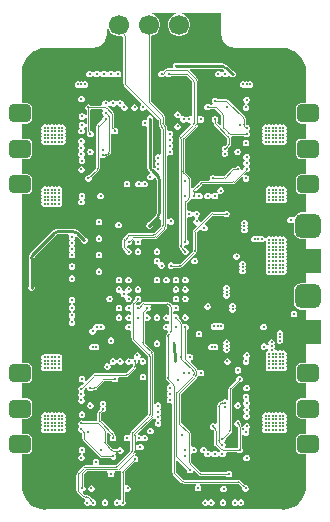
<source format=gbr>
G04*
G04 #@! TF.GenerationSoftware,Altium Limited,Altium Designer,24.8.2 (39)*
G04*
G04 Layer_Physical_Order=4*
G04 Layer_Color=6736896*
%FSLAX25Y25*%
%MOIN*%
G70*
G04*
G04 #@! TF.SameCoordinates,F5A21F31-771D-4283-B627-84B0D88358AA*
G04*
G04*
G04 #@! TF.FilePolarity,Positive*
G04*
G01*
G75*
%ADD72C,0.00984*%
%ADD73C,0.00394*%
%ADD76C,0.00984*%
%ADD86R,0.06693X0.06693*%
%ADD87C,0.06693*%
G04:AMPARAMS|DCode=89|XSize=86.61mil|YSize=78.74mil|CornerRadius=19.68mil|HoleSize=0mil|Usage=FLASHONLY|Rotation=0.000|XOffset=0mil|YOffset=0mil|HoleType=Round|Shape=RoundedRectangle|*
%AMROUNDEDRECTD89*
21,1,0.08661,0.03937,0,0,0.0*
21,1,0.04724,0.07874,0,0,0.0*
1,1,0.03937,0.02362,-0.01968*
1,1,0.03937,-0.02362,-0.01968*
1,1,0.03937,-0.02362,0.01968*
1,1,0.03937,0.02362,0.01968*
%
%ADD89ROUNDEDRECTD89*%
%ADD90R,0.08661X0.07874*%
G04:AMPARAMS|DCode=91|XSize=74.8mil|YSize=59.06mil|CornerRadius=14.76mil|HoleSize=0mil|Usage=FLASHONLY|Rotation=0.000|XOffset=0mil|YOffset=0mil|HoleType=Round|Shape=RoundedRectangle|*
%AMROUNDEDRECTD91*
21,1,0.07480,0.02953,0,0,0.0*
21,1,0.04528,0.05906,0,0,0.0*
1,1,0.02953,0.02264,-0.01476*
1,1,0.02953,-0.02264,-0.01476*
1,1,0.02953,-0.02264,0.01476*
1,1,0.02953,0.02264,0.01476*
%
%ADD91ROUNDEDRECTD91*%
%ADD92C,0.00394*%
G36*
X70227Y162205D02*
X70241Y162171D01*
X70392Y161023D01*
X70848Y159921D01*
X71574Y158976D01*
X72520Y158250D01*
X73621Y157794D01*
X74769Y157643D01*
X74803Y157629D01*
X90551D01*
X90624Y157659D01*
X92124Y157511D01*
X93635Y157053D01*
X95029Y156308D01*
X96250Y155305D01*
X97253Y154084D01*
X97997Y152691D01*
X98456Y151179D01*
X98604Y149679D01*
X98573Y149606D01*
Y139210D01*
X96949D01*
X96219Y139065D01*
X95601Y138651D01*
X95187Y138033D01*
X95042Y137303D01*
Y134350D01*
X95187Y133621D01*
X95601Y133002D01*
X96219Y132589D01*
X96949Y132444D01*
X98573D01*
Y127399D01*
X96949D01*
X96219Y127254D01*
X95601Y126840D01*
X95187Y126222D01*
X95042Y125492D01*
Y122539D01*
X95187Y121810D01*
X95601Y121191D01*
X96219Y120778D01*
X96949Y120633D01*
X98573D01*
Y115588D01*
X96949D01*
X96219Y115443D01*
X95601Y115029D01*
X95187Y114411D01*
X95042Y113681D01*
Y110728D01*
X95187Y109999D01*
X95601Y109380D01*
X96219Y108967D01*
X96949Y108822D01*
X98573D01*
Y102802D01*
X96850D01*
X95929Y102619D01*
X95147Y102097D01*
X94625Y101315D01*
X94625Y101314D01*
X94082Y101149D01*
X93984Y101248D01*
X93586Y101412D01*
X93156D01*
X92758Y101248D01*
X92453Y100943D01*
X92289Y100545D01*
Y100114D01*
X92453Y99716D01*
X92758Y99412D01*
X93156Y99247D01*
X93586D01*
X93942Y99394D01*
X94157Y99317D01*
X94442Y99162D01*
Y96457D01*
X94625Y95535D01*
X95147Y94754D01*
X95929Y94231D01*
X96850Y94048D01*
X98573D01*
Y79180D01*
X96850D01*
X95929Y78997D01*
X95147Y78475D01*
X94625Y77693D01*
X94442Y76772D01*
Y72835D01*
X94625Y71913D01*
X95147Y71132D01*
X95929Y70609D01*
X96850Y70426D01*
X98573D01*
Y52596D01*
X96949D01*
X96219Y52451D01*
X95601Y52037D01*
X95187Y51419D01*
X95042Y50689D01*
Y47736D01*
X95187Y47007D01*
X95601Y46388D01*
X96219Y45975D01*
X96949Y45829D01*
X98573D01*
Y40785D01*
X96949D01*
X96219Y40639D01*
X95601Y40226D01*
X95187Y39608D01*
X95042Y38878D01*
Y35925D01*
X95187Y35195D01*
X95601Y34577D01*
X96219Y34164D01*
X96949Y34018D01*
X98573D01*
Y28974D01*
X96949D01*
X96219Y28828D01*
X95601Y28415D01*
X95187Y27797D01*
X95042Y27067D01*
Y24114D01*
X95187Y23384D01*
X95601Y22766D01*
X96219Y22353D01*
X96949Y22208D01*
X98573D01*
Y11811D01*
X98604Y11738D01*
X98456Y10239D01*
X97997Y8727D01*
X97253Y7333D01*
X96250Y6112D01*
X95029Y5110D01*
X93635Y4365D01*
X92124Y3906D01*
X90624Y3759D01*
X90551Y3789D01*
X11811D01*
X11738Y3759D01*
X10239Y3906D01*
X8727Y4365D01*
X7333Y5110D01*
X6112Y6112D01*
X5110Y7333D01*
X4365Y8727D01*
X3906Y10239D01*
X3759Y11738D01*
X3789Y11811D01*
Y22208D01*
X5413D01*
X6143Y22353D01*
X6762Y22766D01*
X7175Y23384D01*
X7320Y24114D01*
Y27067D01*
X7175Y27797D01*
X6762Y28415D01*
X6143Y28828D01*
X5413Y28974D01*
X3789D01*
Y34018D01*
X5413D01*
X6143Y34164D01*
X6762Y34577D01*
X7175Y35195D01*
X7320Y35925D01*
Y38878D01*
X7175Y39608D01*
X6762Y40226D01*
X6143Y40639D01*
X5413Y40785D01*
X3789D01*
Y45829D01*
X5413D01*
X6143Y45975D01*
X6762Y46388D01*
X7175Y47007D01*
X7320Y47736D01*
Y50689D01*
X7175Y51419D01*
X6762Y52037D01*
X6143Y52451D01*
X5413Y52596D01*
X3789D01*
Y108822D01*
X5413D01*
X6143Y108967D01*
X6762Y109380D01*
X7175Y109999D01*
X7320Y110728D01*
Y113681D01*
X7175Y114411D01*
X6762Y115029D01*
X6143Y115443D01*
X5413Y115588D01*
X3789D01*
Y120633D01*
X5413D01*
X6143Y120778D01*
X6762Y121191D01*
X7175Y121810D01*
X7320Y122539D01*
Y125492D01*
X7175Y126222D01*
X6762Y126840D01*
X6143Y127254D01*
X5413Y127399D01*
X3789D01*
Y132444D01*
X5413D01*
X6143Y132589D01*
X6762Y133002D01*
X7175Y133621D01*
X7320Y134350D01*
Y137303D01*
X7175Y138033D01*
X6762Y138651D01*
X6143Y139065D01*
X5413Y139210D01*
X3789D01*
Y149606D01*
X3759Y149679D01*
X3906Y151179D01*
X4365Y152691D01*
X5110Y154084D01*
X6112Y155305D01*
X7333Y156308D01*
X8727Y157053D01*
X10239Y157511D01*
X11738Y157659D01*
X11811Y157629D01*
X27559D01*
X27593Y157643D01*
X28741Y157794D01*
X29842Y158250D01*
X30788Y158976D01*
X31514Y159921D01*
X31970Y161023D01*
X32121Y162171D01*
X32135Y162205D01*
Y164071D01*
X32635Y164137D01*
X32696Y163911D01*
X33188Y163058D01*
X33885Y162362D01*
X34738Y161869D01*
X35689Y161614D01*
X36674D01*
X37065Y161719D01*
X37550Y161331D01*
Y145995D01*
X37591Y145895D01*
X37678Y145458D01*
X37926Y145087D01*
X37968Y144987D01*
X43636Y139318D01*
X43518Y138729D01*
X43481Y138713D01*
X43177Y138409D01*
X43012Y138011D01*
Y137580D01*
X43177Y137182D01*
X43481Y136877D01*
X43879Y136713D01*
X44310D01*
X44708Y136877D01*
X45012Y137182D01*
X45028Y137219D01*
X45618Y137337D01*
X49317Y133637D01*
X49330Y133631D01*
X49366Y133545D01*
X49361Y133532D01*
X49361Y132413D01*
X49373Y132384D01*
X49535Y131568D01*
X49768Y131219D01*
X49802Y131087D01*
X50119Y130663D01*
X50123Y130660D01*
X50154Y130587D01*
X50148Y130574D01*
Y122342D01*
X49648Y122067D01*
X49458Y122146D01*
X49027D01*
X48629Y121981D01*
X48324Y121677D01*
X48160Y121279D01*
Y120848D01*
X48324Y120450D01*
X48369Y120405D01*
X48585Y120079D01*
X48369Y119752D01*
X48324Y119708D01*
X48160Y119310D01*
Y118879D01*
X48324Y118481D01*
X48368Y118437D01*
X48588Y118114D01*
X48368Y117784D01*
X48328Y117744D01*
X48296Y117664D01*
X48166Y117639D01*
X47681Y117590D01*
X47681Y117590D01*
X47452Y117932D01*
X47372Y118335D01*
X47360D01*
Y133427D01*
X47374Y133442D01*
X47539Y133840D01*
Y134271D01*
X47374Y134668D01*
X47070Y134973D01*
X46672Y135138D01*
X46241D01*
X45843Y134973D01*
X45539Y134668D01*
X45374Y134271D01*
Y134064D01*
X45170Y133750D01*
X44916Y133638D01*
X44666D01*
X44269Y133473D01*
X43964Y133168D01*
X43799Y132771D01*
Y132340D01*
X43964Y131942D01*
X44269Y131637D01*
X44666Y131473D01*
X45097D01*
X45553Y131120D01*
Y118832D01*
X45546Y118335D01*
X45546Y118335D01*
X45644Y117590D01*
X45932Y116896D01*
X46389Y116299D01*
X46390Y116299D01*
X46391Y116297D01*
X46459Y115823D01*
X46369Y115621D01*
X46040Y115485D01*
X45736Y115180D01*
X45571Y114782D01*
Y114352D01*
X45736Y113954D01*
X46040Y113649D01*
X46438Y113484D01*
X46869D01*
X47267Y113649D01*
X47571Y113954D01*
X47706Y114279D01*
X47917Y114371D01*
X48384Y114290D01*
X48611Y113950D01*
X48691Y113547D01*
X48703D01*
Y102587D01*
X48691D01*
X48623Y102246D01*
X48384Y101845D01*
X48055Y101497D01*
X46065Y99508D01*
X46044D01*
X45647Y99343D01*
X45342Y99038D01*
X45177Y98641D01*
Y98210D01*
X45342Y97812D01*
X45647Y97507D01*
X46044Y97342D01*
X46475D01*
X46873Y97507D01*
X47178Y97812D01*
X47343Y98210D01*
Y98231D01*
X49648Y100536D01*
X49739Y100530D01*
X50148Y100348D01*
Y98487D01*
X50106Y98383D01*
X47680Y95957D01*
X47576Y95915D01*
X39893D01*
X39792Y95873D01*
X39355Y95786D01*
X38987Y95540D01*
X38886Y95498D01*
X38886Y95498D01*
X38885Y95498D01*
X38533Y95145D01*
X37573Y94186D01*
X37531Y94084D01*
X37285Y93715D01*
X37198Y93278D01*
X37156Y93178D01*
Y91665D01*
X37198Y91564D01*
X37285Y91127D01*
X37532Y90757D01*
X37574Y90656D01*
X38287Y89942D01*
Y89548D01*
X38452Y89151D01*
X38757Y88846D01*
X39155Y88681D01*
X39585D01*
X39983Y88846D01*
X40288Y89151D01*
X40453Y89548D01*
Y89979D01*
X40288Y90377D01*
X39983Y90682D01*
X39585Y90847D01*
X39191D01*
X38765Y91273D01*
X38791Y91440D01*
X39155Y91831D01*
X39585D01*
X39983Y91996D01*
X40288Y92300D01*
X40453Y92698D01*
Y93092D01*
X40879Y93518D01*
X41046Y93492D01*
X41437Y93129D01*
Y92698D01*
X41602Y92300D01*
X41906Y91996D01*
X42304Y91831D01*
X42735D01*
X43133Y91996D01*
X43437Y92300D01*
X43602Y92698D01*
Y93129D01*
X43511Y93349D01*
X43739Y93792D01*
X43804Y93849D01*
X47902D01*
X48003Y93891D01*
X48440Y93978D01*
X48808Y94224D01*
X48910Y94266D01*
X51445Y96800D01*
X51797Y97153D01*
X51798Y97154D01*
X51798Y97154D01*
X51839Y97255D01*
X52085Y97623D01*
X52172Y98060D01*
X52214Y98161D01*
Y98948D01*
X52297Y98997D01*
X52714Y99101D01*
X52930Y98885D01*
X53328Y98721D01*
X53759D01*
X54157Y98885D01*
X54461Y99190D01*
X54626Y99588D01*
Y100019D01*
X54461Y100416D01*
X54157Y100721D01*
X53759Y100886D01*
X53328D01*
X52930Y100721D01*
X52714Y100505D01*
X52297Y100609D01*
X52214Y100658D01*
X52214Y121753D01*
X52714Y122028D01*
X52904Y121949D01*
X53335D01*
X53733Y122114D01*
X54037Y122418D01*
X54202Y122816D01*
Y123247D01*
X54037Y123645D01*
X53993Y123689D01*
X53777Y124016D01*
X53993Y124342D01*
X54038Y124387D01*
X54203Y124784D01*
Y125215D01*
X54038Y125613D01*
X53993Y125658D01*
X53777Y125984D01*
X53993Y126311D01*
X54038Y126356D01*
X54203Y126753D01*
Y127184D01*
X54038Y127582D01*
X53994Y127626D01*
X53777Y127953D01*
X53994Y128279D01*
X54038Y128323D01*
X54203Y128721D01*
Y129152D01*
X54038Y129550D01*
X53733Y129855D01*
X53335Y130019D01*
X52905D01*
X52714Y129940D01*
X52214Y130215D01*
X52214Y130971D01*
X52214Y130971D01*
X52214Y130971D01*
X52214D01*
X52172Y131071D01*
X52085Y131508D01*
X51843Y131870D01*
X51801Y131975D01*
X51799Y131977D01*
X51757Y132018D01*
X51472Y132306D01*
X51470Y132308D01*
X51470Y132308D01*
X51470D01*
X51470Y132308D01*
X51427Y132790D01*
X51427Y134220D01*
X51427Y134713D01*
X51427Y134713D01*
X51427Y134713D01*
X51427D01*
X51385Y134814D01*
X51298Y135251D01*
X51050Y135621D01*
X51009Y135722D01*
X51009Y135722D01*
X51009Y135722D01*
X51009Y135722D01*
X46864Y139867D01*
X46851Y139872D01*
X46815Y139959D01*
X46820Y139972D01*
Y161653D01*
X47625Y161869D01*
X48478Y162362D01*
X49174Y163058D01*
X49666Y163911D01*
X49921Y164862D01*
Y165847D01*
X49666Y166798D01*
X49174Y167651D01*
X48478Y168347D01*
X47625Y168840D01*
X47252Y168939D01*
X47318Y169439D01*
X55045D01*
X55110Y168939D01*
X54738Y168840D01*
X53885Y168347D01*
X53188Y167651D01*
X52696Y166798D01*
X52441Y165847D01*
Y164862D01*
X52696Y163911D01*
X53188Y163058D01*
X53885Y162362D01*
X54738Y161869D01*
X55689Y161614D01*
X56674D01*
X57625Y161869D01*
X58478Y162362D01*
X59174Y163058D01*
X59666Y163911D01*
X59921Y164862D01*
Y165847D01*
X59666Y166798D01*
X59174Y167651D01*
X58478Y168347D01*
X57625Y168840D01*
X57252Y168939D01*
X57318Y169439D01*
X70227D01*
Y162205D01*
D02*
G37*
%LPC*%
G36*
X55334Y152657D02*
X54903D01*
X54505Y152493D01*
X54200Y152188D01*
X54035Y151790D01*
Y151359D01*
X54065Y151287D01*
X53731Y150787D01*
X52159D01*
X52058Y150745D01*
X51621Y150658D01*
X51251Y150411D01*
X51150Y150369D01*
X50696Y149915D01*
X50609Y149951D01*
X50178D01*
X49780Y149786D01*
X49476Y149482D01*
X49311Y149084D01*
Y148653D01*
X49476Y148255D01*
X49780Y147950D01*
X50178Y147786D01*
X50609D01*
X51007Y147950D01*
X51311Y148255D01*
X51838D01*
X52142Y147950D01*
X52540Y147786D01*
X52971D01*
X53369Y147950D01*
X53647Y148229D01*
X58679D01*
X58783Y148187D01*
X60539Y146431D01*
X60551Y146426D01*
X60587Y146340D01*
X60581Y146327D01*
Y135143D01*
X60524Y135078D01*
X60081Y134850D01*
X59861Y134941D01*
X59430D01*
X59032Y134776D01*
X58988Y134732D01*
X58661Y134516D01*
X58335Y134732D01*
X58290Y134776D01*
X57893Y134941D01*
X57462D01*
X57167Y134819D01*
X56854Y135040D01*
X56764Y135152D01*
X56791Y135218D01*
Y135648D01*
X56626Y136046D01*
X56322Y136351D01*
X55924Y136516D01*
X55493D01*
X55095Y136351D01*
X54791Y136046D01*
X54626Y135648D01*
Y135218D01*
X54791Y134820D01*
X55095Y134515D01*
X55493Y134350D01*
X55924D01*
X56218Y134472D01*
X56532Y134252D01*
X56622Y134139D01*
X56595Y134074D01*
Y133643D01*
X56759Y133245D01*
X57064Y132940D01*
X57462Y132776D01*
X57893D01*
X58290Y132940D01*
X58335Y132985D01*
X58661Y133201D01*
X58988Y132985D01*
X59032Y132940D01*
X59430Y132776D01*
X59861D01*
X60224Y132385D01*
X60251Y132218D01*
X56470Y128437D01*
X56428Y128335D01*
X56182Y127967D01*
X56095Y127530D01*
X56054Y127430D01*
Y91717D01*
X56095Y91616D01*
X56182Y91179D01*
X56410Y90839D01*
X56454Y90726D01*
X57185Y89967D01*
Y89549D01*
X57350Y89151D01*
X57655Y88846D01*
X58053Y88682D01*
X58483D01*
X58881Y88846D01*
X59186Y89151D01*
X59351Y89549D01*
Y89979D01*
X59186Y90377D01*
X58881Y90682D01*
X58483Y90847D01*
X58113D01*
X57653Y91324D01*
X57651Y91330D01*
X57678Y91444D01*
X58053Y91830D01*
X58483D01*
X58881Y91995D01*
X59186Y92300D01*
X59351Y92698D01*
Y93129D01*
X59186Y93526D01*
X58907Y93805D01*
Y100955D01*
X59407Y101289D01*
X59430Y101279D01*
X59861D01*
X60259Y101444D01*
X60563Y101749D01*
X61090D01*
X61394Y101444D01*
X61628Y101348D01*
Y100818D01*
X61394Y100721D01*
X61090Y100417D01*
X60925Y100019D01*
Y99588D01*
X61090Y99190D01*
X61394Y98885D01*
X61792Y98721D01*
X61873D01*
X62080Y98220D01*
X61195Y97335D01*
X61153Y97233D01*
X60907Y96865D01*
X60820Y96428D01*
X60778Y96327D01*
Y90090D01*
X60783Y90077D01*
X60748Y89991D01*
X60736Y89986D01*
X56471Y85721D01*
X56367Y85679D01*
X54435D01*
X54157Y85957D01*
X53759Y86122D01*
X53328D01*
X52930Y85957D01*
X52626Y85653D01*
X52461Y85255D01*
Y84824D01*
X52626Y84426D01*
X52930Y84122D01*
X53328Y83957D01*
X53759D01*
X54157Y84122D01*
X54435Y84400D01*
X56367D01*
X56467Y84442D01*
X56904Y84529D01*
X57272Y84775D01*
X57374Y84817D01*
X61287Y88730D01*
X61640Y89082D01*
X61640Y89083D01*
X61640Y89083D01*
X61682Y89184D01*
X61928Y89552D01*
X62015Y89989D01*
X62056Y90090D01*
Y96327D01*
X62099Y96431D01*
X63087Y97419D01*
X63226Y97420D01*
X63648Y97273D01*
X63750Y97025D01*
X64055Y96720D01*
X64453Y96555D01*
X64883D01*
X65281Y96720D01*
X65586Y97025D01*
X65751Y97422D01*
Y97853D01*
X65586Y98251D01*
X65281Y98556D01*
X65033Y98658D01*
X64886Y99080D01*
X64887Y99219D01*
X67348Y101681D01*
X67452Y101723D01*
X71155D01*
X71434Y101444D01*
X71832Y101279D01*
X72263D01*
X72660Y101444D01*
X72965Y101749D01*
X73130Y102147D01*
Y102578D01*
X72965Y102975D01*
X72660Y103280D01*
X72263Y103445D01*
X71832D01*
X71434Y103280D01*
X71155Y103001D01*
X67452D01*
X67352Y102960D01*
X66914Y102873D01*
X66546Y102627D01*
X66445Y102585D01*
X66445Y102585D01*
X66444Y102585D01*
X66092Y102232D01*
X63590Y99731D01*
X63090Y99938D01*
Y100019D01*
X62926Y100417D01*
X62621Y100721D01*
X62388Y100818D01*
Y101348D01*
X62621Y101444D01*
X62926Y101749D01*
X63090Y102147D01*
Y102578D01*
X62926Y102975D01*
X62621Y103280D01*
X62223Y103445D01*
X61792D01*
X61394Y103280D01*
X61090Y102975D01*
X60563D01*
X60259Y103280D01*
X59861Y103445D01*
X59430D01*
X59407Y103435D01*
X58907Y103769D01*
Y105973D01*
X58950Y106077D01*
X59515Y106643D01*
X59868Y106995D01*
X59869Y106997D01*
X60259Y107279D01*
X60410Y107350D01*
X60808Y107185D01*
X61239D01*
X61637Y107350D01*
X61681Y107394D01*
X62008Y107610D01*
X62335Y107394D01*
X62379Y107350D01*
X62777Y107185D01*
X63208D01*
X63605Y107350D01*
X63910Y107654D01*
X64075Y108052D01*
Y108483D01*
X63910Y108881D01*
X63605Y109186D01*
X63208Y109350D01*
X62777D01*
X62379Y109186D01*
X62335Y109141D01*
X62088Y108978D01*
X61663Y109239D01*
Y109910D01*
X61705Y110014D01*
X63805Y112114D01*
X63909Y112156D01*
X73887D01*
X73987Y112198D01*
X74424Y112285D01*
X74792Y112531D01*
X74894Y112573D01*
X77068Y114746D01*
X77491Y114463D01*
X77461Y114389D01*
Y113958D01*
X77626Y113560D01*
X77930Y113255D01*
X78328Y113091D01*
X78759D01*
X79157Y113255D01*
X79461Y113560D01*
X79626Y113958D01*
Y114389D01*
X79461Y114787D01*
X79157Y115091D01*
X78759Y115256D01*
X78328D01*
X78254Y115225D01*
X77970Y115649D01*
X78562Y116240D01*
X78956D01*
X79353Y116405D01*
X79658Y116709D01*
X79823Y117107D01*
Y117538D01*
X79658Y117936D01*
X79614Y117980D01*
X79397Y118307D01*
X79614Y118634D01*
X79658Y118678D01*
X79823Y119076D01*
Y119507D01*
X79658Y119905D01*
X79614Y119949D01*
X79397Y120276D01*
X79614Y120602D01*
X79658Y120647D01*
X79823Y121045D01*
Y121475D01*
X79658Y121873D01*
X79353Y122178D01*
X78956Y122343D01*
X78525D01*
X78127Y122178D01*
X77822Y121873D01*
X77658Y121475D01*
Y121045D01*
X77822Y120647D01*
X77867Y120602D01*
X78083Y120276D01*
X77867Y119949D01*
X77822Y119905D01*
X77658Y119507D01*
Y119076D01*
X77822Y118678D01*
X77867Y118634D01*
X78083Y118307D01*
X77867Y117980D01*
X77822Y117936D01*
X77658Y117538D01*
Y117144D01*
X77299Y116785D01*
X77188Y116815D01*
X76837Y117031D01*
Y117341D01*
X76672Y117739D01*
X76367Y118044D01*
X75969Y118209D01*
X75539D01*
X75141Y118044D01*
X74862Y117765D01*
X74539D01*
X74438Y117724D01*
X74001Y117637D01*
X73633Y117391D01*
X73532Y117349D01*
X73532Y117349D01*
X73531Y117348D01*
X73178Y116996D01*
X71037Y114855D01*
X70934Y114812D01*
X68412D01*
X68133Y115091D01*
X67735Y115256D01*
X67304D01*
X66906Y115091D01*
X66602Y114787D01*
X66437Y114389D01*
Y113958D01*
X66447Y113935D01*
X66113Y113435D01*
X63909D01*
X63808Y113393D01*
X63371Y113306D01*
X63003Y113060D01*
X62902Y113018D01*
X62902Y113018D01*
X62901Y113018D01*
X62548Y112665D01*
X60801Y110918D01*
X60759Y110816D01*
X60285Y111006D01*
X60285Y113156D01*
X60285Y113650D01*
X60285Y113650D01*
X60285Y113650D01*
X60285D01*
X60243Y113751D01*
X60156Y114188D01*
X59912Y114553D01*
X59870Y114655D01*
X59869Y114657D01*
X59869Y114657D01*
X58163Y116363D01*
X58150Y116368D01*
X58114Y116455D01*
X58119Y116468D01*
Y127036D01*
X58114Y127049D01*
X58150Y127135D01*
X58162Y127140D01*
X61878Y130856D01*
X62230Y131208D01*
X62231Y131209D01*
X62231Y131209D01*
X62272Y131310D01*
X62519Y131678D01*
X62605Y132115D01*
X62647Y132216D01*
Y132574D01*
X62704Y132639D01*
X63147Y132867D01*
X63367Y132776D01*
X63798D01*
X64196Y132940D01*
X64500Y133245D01*
X64665Y133643D01*
Y134074D01*
X64500Y134471D01*
X64196Y134776D01*
X63798Y134941D01*
X63367D01*
X63147Y134850D01*
X62704Y135078D01*
X62647Y135143D01*
Y146721D01*
X62605Y146822D01*
X62519Y147259D01*
X62272Y147627D01*
X62231Y147728D01*
X62231Y147728D01*
X62230Y147729D01*
X62230Y147729D01*
X61885Y148074D01*
X59787Y150172D01*
X59995Y150672D01*
X70494D01*
Y150659D01*
X70897Y150579D01*
X71184Y150387D01*
X71208Y150226D01*
X71092Y149808D01*
X71040Y149786D01*
X70735Y149482D01*
X70209D01*
X69904Y149786D01*
X69507Y149951D01*
X69076D01*
X68678Y149786D01*
X68373Y149482D01*
X68208Y149084D01*
Y148653D01*
X68373Y148255D01*
X68678Y147950D01*
X69076Y147786D01*
X69507D01*
X69904Y147950D01*
X70209Y148255D01*
X70735D01*
X71040Y147950D01*
X71438Y147786D01*
X71868D01*
X72266Y147950D01*
X72571Y148255D01*
X73098D01*
X73403Y147950D01*
X73801Y147786D01*
X74231D01*
X74629Y147950D01*
X74934Y148255D01*
X75099Y148653D01*
Y149084D01*
X74934Y149482D01*
X74629Y149786D01*
X74231Y149951D01*
X74211D01*
X72521Y151640D01*
X72521Y151640D01*
X72521Y151644D01*
X72524Y151647D01*
X71934Y152100D01*
X71239Y152387D01*
X70494Y152485D01*
Y152478D01*
X55746D01*
X55731Y152493D01*
X55334Y152657D01*
D02*
G37*
G36*
X36042Y149951D02*
X35612D01*
X35214Y149786D01*
X34909Y149482D01*
X34383D01*
X34078Y149786D01*
X33680Y149951D01*
X33250D01*
X32852Y149786D01*
X32547Y149482D01*
X32020D01*
X31715Y149786D01*
X31317Y149951D01*
X30887D01*
X30489Y149786D01*
X30184Y149482D01*
X29659D01*
X29354Y149786D01*
X28956Y149951D01*
X28526D01*
X28128Y149786D01*
X27823Y149482D01*
X27296D01*
X26991Y149786D01*
X26593Y149951D01*
X26163D01*
X25765Y149786D01*
X25460Y149482D01*
X25295Y149084D01*
Y148653D01*
X25460Y148255D01*
X25765Y147950D01*
X26163Y147786D01*
X26593D01*
X26991Y147950D01*
X27296Y148255D01*
X27823D01*
X28128Y147950D01*
X28526Y147786D01*
X28956D01*
X29354Y147950D01*
X29659Y148255D01*
X30184D01*
X30489Y147950D01*
X30887Y147786D01*
X31317D01*
X31715Y147950D01*
X32020Y148255D01*
X32547D01*
X32852Y147950D01*
X33250Y147786D01*
X33680D01*
X34078Y147950D01*
X34383Y148255D01*
X34909D01*
X35214Y147950D01*
X35612Y147786D01*
X36042D01*
X36440Y147950D01*
X36745Y148255D01*
X36910Y148653D01*
Y149084D01*
X36745Y149482D01*
X36440Y149786D01*
X36042Y149951D01*
D02*
G37*
G36*
X80137Y146555D02*
X79706D01*
X79331Y146400D01*
X78956Y146555D01*
X78525D01*
X78150Y146400D01*
X77774Y146555D01*
X77344D01*
X76946Y146390D01*
X76641Y146086D01*
X76476Y145688D01*
Y145257D01*
X76641Y144859D01*
X76946Y144555D01*
X77344Y144390D01*
X77774D01*
X78150Y144545D01*
X78525Y144390D01*
X78956D01*
X79331Y144545D01*
X79706Y144390D01*
X80137D01*
X80534Y144555D01*
X80839Y144859D01*
X81004Y145257D01*
Y145688D01*
X80839Y146086D01*
X80534Y146390D01*
X80137Y146555D01*
D02*
G37*
G36*
X25019D02*
X24588D01*
X24213Y146400D01*
X23837Y146555D01*
X23407D01*
X23031Y146400D01*
X22656Y146555D01*
X22226D01*
X21828Y146390D01*
X21523Y146086D01*
X21358Y145688D01*
Y145257D01*
X21523Y144859D01*
X21828Y144555D01*
X22226Y144390D01*
X22656D01*
X23031Y144545D01*
X23407Y144390D01*
X23837D01*
X24213Y144545D01*
X24588Y144390D01*
X25019D01*
X25416Y144555D01*
X25721Y144859D01*
X25886Y145257D01*
Y145688D01*
X25721Y146086D01*
X25416Y146390D01*
X25019Y146555D01*
D02*
G37*
G36*
X36830Y140256D02*
X36399D01*
X36001Y140091D01*
X35696Y139787D01*
X35172D01*
X34868Y140091D01*
X34470Y140256D01*
X34039D01*
X33641Y140091D01*
X33336Y139787D01*
X33237Y139548D01*
X32710D01*
X32611Y139787D01*
X32306Y140091D01*
X31908Y140256D01*
X31478D01*
X31080Y140091D01*
X30775Y139787D01*
X30610Y139389D01*
Y138958D01*
X30620Y138935D01*
X30286Y138435D01*
X26876D01*
X26597Y138713D01*
X26200Y138878D01*
X25769D01*
X25371Y138713D01*
X25066Y138409D01*
X24902Y138011D01*
Y137580D01*
X25066Y137182D01*
X25345Y136903D01*
Y135294D01*
X24845Y135194D01*
X24737Y135456D01*
X24432Y135760D01*
X24034Y135925D01*
X23604D01*
X23206Y135760D01*
X22901Y135456D01*
X22736Y135058D01*
Y134627D01*
X22901Y134229D01*
X23206Y133925D01*
X23604Y133760D01*
X24034D01*
X24432Y133925D01*
X24737Y134229D01*
X24845Y134491D01*
X25345Y134391D01*
Y132341D01*
X24845Y132242D01*
X24737Y132503D01*
X24432Y132808D01*
X24034Y132972D01*
X23604D01*
X23206Y132808D01*
X22901Y132503D01*
X22736Y132105D01*
Y131674D01*
X22901Y131277D01*
X23009Y130839D01*
X22704Y130535D01*
X22539Y130137D01*
Y129706D01*
X22704Y129308D01*
X23009Y129003D01*
X23407Y128839D01*
X23837D01*
X24235Y129003D01*
X24540Y129308D01*
X24705Y129706D01*
Y130137D01*
X24540Y130535D01*
X24432Y130972D01*
X24737Y131277D01*
X24845Y131538D01*
X25345Y131438D01*
Y130047D01*
X25387Y129946D01*
X25474Y129509D01*
X25588Y129338D01*
X25593Y129316D01*
X25525Y129152D01*
Y128722D01*
X25690Y128324D01*
X25995Y128019D01*
X26393Y127854D01*
X26823D01*
X27221Y128019D01*
X27526Y128324D01*
X27691Y128722D01*
Y129152D01*
X27526Y129550D01*
X27221Y129855D01*
X26823Y130020D01*
X26623Y130047D01*
Y136903D01*
X26876Y137156D01*
X30587D01*
X30794Y136656D01*
X30775Y136637D01*
X30610Y136239D01*
Y135808D01*
X30775Y135410D01*
X30819Y135366D01*
X31036Y135039D01*
X30819Y134713D01*
X30775Y134668D01*
X30610Y134271D01*
Y133876D01*
X28911Y132178D01*
X28869Y132076D01*
X28623Y131708D01*
X28536Y131271D01*
X28495Y131170D01*
Y117649D01*
X28500Y117636D01*
X28464Y117550D01*
X28452Y117545D01*
X26163Y115256D01*
X25769D01*
X25371Y115091D01*
X25066Y114787D01*
X24902Y114389D01*
Y113958D01*
X25066Y113560D01*
X25371Y113255D01*
X25769Y113091D01*
X26200D01*
X26597Y113255D01*
X26902Y113560D01*
X27067Y113958D01*
Y114352D01*
X29004Y116289D01*
X29356Y116641D01*
X29357Y116642D01*
X29357Y116642D01*
X29398Y116743D01*
X29645Y117111D01*
X29731Y117548D01*
X29773Y117649D01*
Y120941D01*
X30273Y121149D01*
X30292Y121129D01*
X30690Y120965D01*
X31121D01*
X31519Y121129D01*
X31823Y121434D01*
X31823Y121434D01*
X31861Y121450D01*
X32298Y121537D01*
X32666Y121783D01*
X32768Y121825D01*
X33195Y122251D01*
X33195Y122253D01*
X33195Y122253D01*
X33237Y122353D01*
X33483Y122722D01*
X33570Y123159D01*
X33612Y123259D01*
Y128914D01*
X34112Y129121D01*
X34229Y129003D01*
X34627Y128839D01*
X35058D01*
X35456Y129003D01*
X35760Y129308D01*
X35925Y129706D01*
Y130137D01*
X35760Y130535D01*
X35456Y130839D01*
X35058Y131004D01*
X34812D01*
X34551Y131308D01*
X34497Y131380D01*
X34497Y131380D01*
X34497Y131873D01*
X34497Y135501D01*
X34456Y135601D01*
X34369Y136038D01*
X34121Y136409D01*
X34080Y136509D01*
Y136509D01*
X34080Y136509D01*
X32572Y138017D01*
X32571Y138356D01*
X32776Y138671D01*
X33300Y138647D01*
X33336Y138560D01*
X33641Y138255D01*
X34039Y138091D01*
X34470D01*
X34868Y138255D01*
X35172Y138560D01*
X35696D01*
X36001Y138255D01*
X36399Y138091D01*
X36448D01*
X36841Y138022D01*
X36909Y137629D01*
Y137580D01*
X37074Y137182D01*
X37379Y136877D01*
X37777Y136713D01*
X38208D01*
X38605Y136877D01*
X38910Y137182D01*
X39075Y137580D01*
Y138011D01*
X38910Y138409D01*
X38605Y138713D01*
X38208Y138878D01*
X38159D01*
X37765Y138946D01*
X37697Y139340D01*
Y139389D01*
X37532Y139787D01*
X37227Y140091D01*
X36830Y140256D01*
D02*
G37*
G36*
X23837Y141634D02*
X23407D01*
X23009Y141469D01*
X22704Y141165D01*
X22539Y140767D01*
Y140336D01*
X22704Y139938D01*
X23009Y139633D01*
X23407Y139469D01*
X23837D01*
X24235Y139633D01*
X24540Y139938D01*
X24705Y140336D01*
Y140767D01*
X24540Y141165D01*
X24235Y141469D01*
X23837Y141634D01*
D02*
G37*
G36*
X68326Y141043D02*
X67895D01*
X67497Y140878D01*
X67192Y140574D01*
X67028Y140176D01*
Y139745D01*
X67192Y139347D01*
X67408Y139131D01*
X67304Y138715D01*
X67255Y138631D01*
X66640D01*
X66361Y138910D01*
X65963Y139075D01*
X65533D01*
X65135Y138910D01*
X64830Y138605D01*
X64665Y138207D01*
Y137777D01*
X64830Y137379D01*
X65135Y137074D01*
X65533Y136909D01*
X65963D01*
X66361Y137074D01*
X66640Y137353D01*
X68178D01*
X68283Y137310D01*
X70183Y135408D01*
X70196Y135403D01*
X70232Y135317D01*
X70227Y135304D01*
X70227Y132150D01*
X69727Y131947D01*
X69255Y132429D01*
X68908Y132783D01*
X69028Y133245D01*
X69193Y133643D01*
Y134074D01*
X69028Y134471D01*
X68723Y134776D01*
X68326Y134941D01*
X67895D01*
X67497Y134776D01*
X67192Y134471D01*
X67028Y134074D01*
Y133643D01*
X67192Y133245D01*
X67497Y132940D01*
X67584Y132904D01*
Y132890D01*
X67626Y132790D01*
X67713Y132353D01*
X67952Y131995D01*
X67994Y131889D01*
X72153Y127640D01*
X72165Y127635D01*
X72201Y127549D01*
X72195Y127536D01*
Y125720D01*
X72201Y125707D01*
X72165Y125621D01*
X72153Y125616D01*
X71635Y125098D01*
X71241D01*
X70843Y124934D01*
X70539Y124629D01*
X70374Y124231D01*
Y123800D01*
X70539Y123403D01*
X70713Y123228D01*
X70539Y123054D01*
X70374Y122656D01*
Y122226D01*
X70539Y121828D01*
X70843Y121523D01*
X71241Y121358D01*
X71672D01*
X72070Y121523D01*
X72374Y121828D01*
X72539Y122226D01*
Y122656D01*
X72374Y123054D01*
X72200Y123228D01*
X72374Y123403D01*
X72539Y123800D01*
Y124194D01*
X73057Y124712D01*
X73058Y124713D01*
X73058Y124713D01*
X73099Y124814D01*
X73345Y125182D01*
X73432Y125619D01*
X73474Y125720D01*
Y127536D01*
X73432Y127637D01*
X73400Y127798D01*
X73739Y128281D01*
X73772Y128298D01*
X77848D01*
X78127Y128019D01*
X78525Y127854D01*
X78956D01*
X79353Y128019D01*
X79658Y128324D01*
X79823Y128722D01*
Y129152D01*
X79658Y129550D01*
X79614Y129595D01*
X79397Y129921D01*
X79614Y130248D01*
X79658Y130292D01*
X79823Y130690D01*
Y131121D01*
X79658Y131519D01*
X79353Y131823D01*
X78956Y131988D01*
X78828D01*
X78430Y132197D01*
X78395Y132593D01*
Y133926D01*
X78353Y134026D01*
X78267Y134463D01*
X78019Y134834D01*
X77977Y134934D01*
X77977Y134935D01*
X77977Y134935D01*
X73083Y139828D01*
X72730Y140182D01*
X72730Y140182D01*
X72730Y140182D01*
X72629Y140224D01*
X72259Y140471D01*
X71822Y140558D01*
X71721Y140600D01*
X69002D01*
X68723Y140878D01*
X68326Y141043D01*
D02*
G37*
G36*
X78956Y141437D02*
X78525D01*
X78127Y141272D01*
X77822Y140968D01*
X77658Y140570D01*
Y140139D01*
X77822Y139741D01*
X78127Y139436D01*
X78298Y139366D01*
X78312Y139129D01*
X78248Y138845D01*
X77930Y138713D01*
X77626Y138409D01*
X77461Y138011D01*
Y137580D01*
X77626Y137182D01*
X77930Y136877D01*
X78328Y136713D01*
X78759D01*
X79157Y136877D01*
X79461Y137182D01*
X79626Y137580D01*
Y138011D01*
X79461Y138409D01*
X79157Y138713D01*
X78985Y138784D01*
X78971Y139020D01*
X79035Y139305D01*
X79353Y139436D01*
X79658Y139741D01*
X79823Y140139D01*
Y140570D01*
X79658Y140968D01*
X79353Y141272D01*
X78956Y141437D01*
D02*
G37*
G36*
X41554Y138878D02*
X41123D01*
X40725Y138713D01*
X40421Y138409D01*
X40256Y138011D01*
Y137580D01*
X40421Y137182D01*
X40725Y136877D01*
X41123Y136713D01*
X41554D01*
X41952Y136877D01*
X42256Y137182D01*
X42421Y137580D01*
Y138011D01*
X42256Y138409D01*
X41952Y138713D01*
X41554Y138878D01*
D02*
G37*
G36*
X91160Y132185D02*
X90729D01*
X90354Y132030D01*
X89979Y132185D01*
X89548D01*
X89173Y132030D01*
X88798Y132185D01*
X88367D01*
X87992Y132030D01*
X87617Y132185D01*
X87186D01*
X86811Y132030D01*
X86436Y132185D01*
X86005D01*
X85630Y132030D01*
X85255Y132185D01*
X84824D01*
X84426Y132020D01*
X84122Y131716D01*
X83957Y131318D01*
Y130887D01*
X84112Y130512D01*
X83957Y130137D01*
Y129706D01*
X84112Y129331D01*
X83957Y128955D01*
Y128525D01*
X84112Y128150D01*
X83957Y127774D01*
Y127344D01*
X84112Y126969D01*
X83957Y126593D01*
Y126163D01*
X84122Y125765D01*
X84426Y125460D01*
X84824Y125295D01*
X85255D01*
X85630Y125451D01*
X86005Y125295D01*
X86436D01*
X86811Y125451D01*
X87186Y125295D01*
X87617D01*
X87992Y125451D01*
X88367Y125295D01*
X88798D01*
X89173Y125451D01*
X89548Y125295D01*
X89979D01*
X90354Y125451D01*
X90729Y125295D01*
X91160D01*
X91558Y125460D01*
X91863Y125765D01*
X92028Y126163D01*
Y126593D01*
X91872Y126969D01*
X92028Y127344D01*
Y127774D01*
X91872Y128150D01*
X92028Y128525D01*
Y128955D01*
X91872Y129331D01*
X92028Y129706D01*
Y130137D01*
X91872Y130512D01*
X92028Y130887D01*
Y131318D01*
X91863Y131716D01*
X91558Y132020D01*
X91160Y132185D01*
D02*
G37*
G36*
X17538Y132185D02*
X17108D01*
X16732Y132030D01*
X16357Y132185D01*
X15926D01*
X15551Y132030D01*
X15176Y132185D01*
X14745D01*
X14370Y132030D01*
X13995Y132185D01*
X13564D01*
X13189Y132030D01*
X12814Y132185D01*
X12383D01*
X12008Y132030D01*
X11633Y132185D01*
X11202D01*
X10804Y132020D01*
X10499Y131716D01*
X10335Y131318D01*
Y130887D01*
X10490Y130512D01*
X10335Y130137D01*
Y129706D01*
X10490Y129331D01*
X10335Y128955D01*
Y128525D01*
X10490Y128150D01*
X10335Y127774D01*
Y127344D01*
X10490Y126969D01*
X10335Y126593D01*
Y126163D01*
X10499Y125765D01*
X10804Y125460D01*
X11202Y125295D01*
X11633D01*
X12008Y125451D01*
X12383Y125295D01*
X12814D01*
X13189Y125451D01*
X13564Y125295D01*
X13995D01*
X14370Y125451D01*
X14745Y125295D01*
X15176D01*
X15551Y125451D01*
X15926Y125295D01*
X16357D01*
X16732Y125451D01*
X17108Y125295D01*
X17538D01*
X17936Y125460D01*
X18241Y125765D01*
X18406Y126163D01*
Y126593D01*
X18250Y126969D01*
X18406Y127344D01*
Y127774D01*
X18250Y128150D01*
X18406Y128525D01*
Y128955D01*
X18250Y129331D01*
X18406Y129706D01*
Y130137D01*
X18250Y130512D01*
X18406Y130887D01*
Y131318D01*
X18241Y131716D01*
X17936Y132020D01*
X17538Y132185D01*
D02*
G37*
G36*
X55924Y132579D02*
X55493D01*
X55095Y132414D01*
X54791Y132109D01*
X54626Y131711D01*
Y131281D01*
X54791Y130883D01*
X55095Y130578D01*
X55493Y130413D01*
X55924D01*
X56322Y130578D01*
X56626Y130883D01*
X56791Y131281D01*
Y131711D01*
X56626Y132109D01*
X56322Y132414D01*
X55924Y132579D01*
D02*
G37*
G36*
X78759Y127067D02*
X78328D01*
X77930Y126902D01*
X77626Y126597D01*
X77461Y126200D01*
Y125769D01*
X77626Y125371D01*
X77930Y125066D01*
X78328Y124902D01*
X78759D01*
X79157Y125066D01*
X79461Y125371D01*
X79626Y125769D01*
Y126200D01*
X79461Y126597D01*
X79157Y126902D01*
X78759Y127067D01*
D02*
G37*
G36*
X75969Y124114D02*
X75539D01*
X75141Y123949D01*
X74836Y123645D01*
X74672Y123247D01*
Y122816D01*
X74836Y122418D01*
X75141Y122114D01*
X75539Y121949D01*
X75969D01*
X76367Y122114D01*
X76672Y122418D01*
X76837Y122816D01*
Y123247D01*
X76672Y123645D01*
X76367Y123949D01*
X75969Y124114D01*
D02*
G37*
G36*
X26823D02*
X26393D01*
X25995Y123949D01*
X25690Y123645D01*
X25525Y123247D01*
Y122816D01*
X25690Y122418D01*
X25995Y122114D01*
X26393Y121949D01*
X26823D01*
X27221Y122114D01*
X27526Y122418D01*
X27691Y122816D01*
Y123247D01*
X27526Y123645D01*
X27221Y123949D01*
X26823Y124114D01*
D02*
G37*
G36*
X23837Y127657D02*
X23407D01*
X23009Y127493D01*
X22704Y127188D01*
X22539Y126790D01*
Y126359D01*
X22704Y125961D01*
X22859Y125806D01*
X22957Y125492D01*
X22859Y125178D01*
X22704Y125023D01*
X22539Y124625D01*
Y124194D01*
X22704Y123796D01*
X22859Y123641D01*
X22957Y123327D01*
X22859Y123012D01*
X22704Y122857D01*
X22539Y122459D01*
Y122029D01*
X22704Y121631D01*
X22945Y121390D01*
X23008Y121295D01*
X22998Y120789D01*
X22901Y120692D01*
X22736Y120294D01*
Y119863D01*
X22901Y119465D01*
X23206Y119161D01*
X23604Y118996D01*
X24034D01*
X24432Y119161D01*
X24737Y119465D01*
X24902Y119863D01*
Y120294D01*
X24737Y120692D01*
X24496Y120933D01*
X24433Y121028D01*
X24443Y121534D01*
X24540Y121631D01*
X24705Y122029D01*
Y122459D01*
X24540Y122857D01*
X24385Y123012D01*
X24287Y123327D01*
X24385Y123641D01*
X24540Y123796D01*
X24705Y124194D01*
Y124625D01*
X24540Y125023D01*
X24385Y125178D01*
X24287Y125492D01*
X24385Y125806D01*
X24540Y125961D01*
X24705Y126359D01*
Y126790D01*
X24540Y127188D01*
X24235Y127493D01*
X23837Y127657D01*
D02*
G37*
G36*
Y118209D02*
X23407D01*
X23009Y118044D01*
X22704Y117739D01*
X22539Y117341D01*
Y116911D01*
X22704Y116513D01*
X23009Y116208D01*
X23407Y116043D01*
X23837D01*
X24235Y116208D01*
X24540Y116513D01*
X24705Y116911D01*
Y117341D01*
X24540Y117739D01*
X24235Y118044D01*
X23837Y118209D01*
D02*
G37*
G36*
X44900Y113287D02*
X44470D01*
X44072Y113123D01*
X44027Y113078D01*
X43701Y112862D01*
X43374Y113078D01*
X43330Y113123D01*
X42932Y113287D01*
X42501D01*
X42103Y113123D01*
X41799Y112818D01*
X41634Y112420D01*
Y111989D01*
X41799Y111591D01*
X42103Y111287D01*
X42501Y111122D01*
X42932D01*
X43330Y111287D01*
X43374Y111331D01*
X43701Y111548D01*
X44027Y111331D01*
X44072Y111287D01*
X44470Y111122D01*
X44900D01*
X45298Y111287D01*
X45603Y111591D01*
X45768Y111989D01*
Y112420D01*
X45603Y112818D01*
X45298Y113123D01*
X44900Y113287D01*
D02*
G37*
G36*
X91160Y111516D02*
X90729D01*
X90354Y111360D01*
X89979Y111516D01*
X89548D01*
X89173Y111360D01*
X88798Y111516D01*
X88367D01*
X87992Y111360D01*
X87617Y111516D01*
X87186D01*
X86811Y111360D01*
X86436Y111516D01*
X86005D01*
X85607Y111351D01*
X85303Y111046D01*
X85138Y110648D01*
Y110218D01*
X85293Y109843D01*
X85138Y109467D01*
Y109037D01*
X85293Y108661D01*
X85138Y108286D01*
Y107855D01*
X85293Y107480D01*
X85138Y107105D01*
Y106674D01*
X85303Y106277D01*
X85607Y105972D01*
X86005Y105807D01*
X86436D01*
X86811Y105963D01*
X87186Y105807D01*
X87617D01*
X87992Y105963D01*
X88367Y105807D01*
X88798D01*
X89173Y105963D01*
X89548Y105807D01*
X89979D01*
X90354Y105963D01*
X90729Y105807D01*
X91160D01*
X91558Y105972D01*
X91863Y106277D01*
X92028Y106674D01*
Y107105D01*
X91872Y107480D01*
X92028Y107855D01*
Y108286D01*
X91872Y108661D01*
X92028Y109037D01*
Y109467D01*
X91872Y109843D01*
X92028Y110218D01*
Y110648D01*
X91863Y111046D01*
X91558Y111351D01*
X91160Y111516D01*
D02*
G37*
G36*
X16357Y111516D02*
X15926D01*
X15551Y111360D01*
X15176Y111516D01*
X14745D01*
X14370Y111360D01*
X13995Y111516D01*
X13564D01*
X13189Y111360D01*
X12814Y111516D01*
X12383D01*
X12008Y111360D01*
X11633Y111516D01*
X11202D01*
X10804Y111351D01*
X10499Y111046D01*
X10335Y110648D01*
Y110218D01*
X10490Y109843D01*
X10335Y109467D01*
Y109037D01*
X10490Y108661D01*
X10335Y108286D01*
Y107855D01*
X10490Y107480D01*
X10335Y107105D01*
Y106674D01*
X10490Y106299D01*
X10335Y105924D01*
Y105493D01*
X10499Y105095D01*
X10804Y104791D01*
X11202Y104626D01*
X11633D01*
X12008Y104781D01*
X12383Y104626D01*
X12814D01*
X13189Y104781D01*
X13564Y104626D01*
X13995D01*
X14370Y104781D01*
X14745Y104626D01*
X15176D01*
X15551Y104781D01*
X15926Y104626D01*
X16357D01*
X16755Y104791D01*
X17060Y105095D01*
X17224Y105493D01*
Y105924D01*
X17069Y106299D01*
X17224Y106674D01*
Y107105D01*
X17069Y107480D01*
X17224Y107855D01*
Y108286D01*
X17069Y108661D01*
X17224Y109037D01*
Y109467D01*
X17069Y109843D01*
X17224Y110218D01*
Y110648D01*
X17060Y111046D01*
X16755Y111351D01*
X16357Y111516D01*
D02*
G37*
G36*
X38995Y113287D02*
X38564D01*
X38166Y113123D01*
X37862Y112818D01*
X37697Y112420D01*
Y111989D01*
X37862Y111591D01*
X38166Y111287D01*
X38564Y111122D01*
X38995D01*
X39393Y111287D01*
X39697Y111591D01*
X39862Y111989D01*
Y112420D01*
X39697Y112818D01*
X39393Y113123D01*
X38995Y113287D01*
D02*
G37*
G36*
X70294Y111122D02*
X69863D01*
X69466Y110957D01*
X69161Y110653D01*
X68996Y110255D01*
Y109824D01*
X69137Y109485D01*
X68763Y109170D01*
X68723Y109186D01*
X68678Y109204D01*
X68326Y109350D01*
X67895D01*
X67497Y109186D01*
X67192Y108881D01*
X66666D01*
X66361Y109186D01*
X65963Y109350D01*
X65533D01*
X65135Y109186D01*
X64830Y108881D01*
X64665Y108483D01*
Y108052D01*
X64830Y107654D01*
X65135Y107350D01*
X65533Y107185D01*
X65963D01*
X66361Y107350D01*
X66666Y107654D01*
X67192D01*
X67497Y107350D01*
X67895Y107185D01*
X68326D01*
X68723Y107350D01*
X69028Y107654D01*
X69193Y108052D01*
Y108483D01*
X69052Y108823D01*
X69425Y109137D01*
X69466Y109122D01*
X69511Y109103D01*
X69863Y108957D01*
X70294D01*
X70692Y109122D01*
X70997Y109426D01*
X71161Y109824D01*
Y110255D01*
X70997Y110653D01*
X70692Y110957D01*
X70294Y111122D01*
D02*
G37*
G36*
X30274Y109350D02*
X29844D01*
X29446Y109186D01*
X29141Y108881D01*
X28976Y108483D01*
Y108052D01*
X29141Y107654D01*
X29446Y107350D01*
X29844Y107185D01*
X30274D01*
X30672Y107350D01*
X30977Y107654D01*
X31142Y108052D01*
Y108483D01*
X30977Y108881D01*
X30672Y109186D01*
X30274Y109350D01*
D02*
G37*
G36*
X24034D02*
X23604D01*
X23206Y109186D01*
X22901Y108881D01*
X22736Y108483D01*
Y108052D01*
X22880Y107705D01*
X23009Y107217D01*
X22704Y106913D01*
X22539Y106515D01*
Y106084D01*
X22704Y105686D01*
X23009Y105381D01*
X23407Y105217D01*
X23837D01*
X24235Y105381D01*
X24540Y105686D01*
X24705Y106084D01*
Y106515D01*
X24561Y106862D01*
X24432Y107350D01*
X24737Y107654D01*
X24902Y108052D01*
Y108483D01*
X24737Y108881D01*
X24432Y109186D01*
X24034Y109350D01*
D02*
G37*
G36*
X29743Y100689D02*
X29312D01*
X28914Y100524D01*
X28610Y100220D01*
X28445Y99822D01*
Y99391D01*
X28610Y98993D01*
X28914Y98689D01*
X29312Y98524D01*
X29743D01*
X30141Y98689D01*
X30445Y98993D01*
X30610Y99391D01*
Y99822D01*
X30445Y100220D01*
X30141Y100524D01*
X29743Y100689D01*
D02*
G37*
G36*
X36239Y99705D02*
X35808D01*
X35410Y99540D01*
X35106Y99235D01*
X34941Y98837D01*
Y98407D01*
X35106Y98009D01*
X35410Y97704D01*
X35808Y97539D01*
X36239D01*
X36637Y97704D01*
X36941Y98009D01*
X37106Y98407D01*
Y98837D01*
X36941Y99235D01*
X36637Y99540D01*
X36239Y99705D01*
D02*
G37*
G36*
X20838Y97367D02*
Y97360D01*
X15973D01*
Y97367D01*
X15228Y97269D01*
X14533Y96981D01*
X13943Y96529D01*
X13946Y96525D01*
X13946Y96522D01*
X6992Y89569D01*
X6989Y89569D01*
X6986Y89572D01*
X6534Y88982D01*
X6246Y88287D01*
X6148Y87542D01*
X6155D01*
Y78384D01*
X6141Y78369D01*
X5976Y77971D01*
Y77540D01*
X6141Y77143D01*
X6445Y76838D01*
X6843Y76673D01*
X7274D01*
X7672Y76838D01*
X7976Y77143D01*
X8141Y77540D01*
Y77971D01*
X7976Y78369D01*
X7962Y78384D01*
Y87542D01*
X7974D01*
X8042Y87883D01*
X8281Y88284D01*
X8610Y88632D01*
X14883Y94905D01*
X15231Y95234D01*
X15632Y95473D01*
X15973Y95541D01*
Y95553D01*
X19299D01*
X19450Y95286D01*
X19535Y95053D01*
X19390Y94704D01*
Y94273D01*
X19555Y93875D01*
X19827Y93602D01*
X19555Y93330D01*
X19390Y92932D01*
Y92501D01*
X19555Y92103D01*
X19710Y91948D01*
X19808Y91634D01*
X19710Y91319D01*
X19555Y91164D01*
X19390Y90767D01*
Y90336D01*
X19555Y89938D01*
X19599Y89894D01*
X19815Y89567D01*
X19599Y89240D01*
X19555Y89196D01*
X19390Y88798D01*
Y88367D01*
X19555Y87969D01*
X19859Y87665D01*
X20257Y87500D01*
X20688D01*
X21086Y87665D01*
X21390Y87969D01*
X21555Y88367D01*
Y88798D01*
X21390Y89196D01*
X21346Y89240D01*
X21130Y89567D01*
X21346Y89894D01*
X21390Y89938D01*
X21555Y90336D01*
Y90767D01*
X21390Y91164D01*
X21235Y91319D01*
X21137Y91634D01*
X21235Y91948D01*
X21390Y92103D01*
X21555Y92501D01*
Y92932D01*
X21390Y93330D01*
X21118Y93602D01*
X21390Y93875D01*
X21555Y94273D01*
Y94571D01*
X21949Y94799D01*
X22017Y94816D01*
X23524Y93309D01*
Y93289D01*
X23688Y92891D01*
X23993Y92586D01*
X24391Y92421D01*
X24822D01*
X25220Y92586D01*
X25524Y92891D01*
X25689Y93289D01*
Y93719D01*
X25524Y94117D01*
X25220Y94422D01*
X24822Y94587D01*
X24801D01*
X22868Y96520D01*
X22868Y96520D01*
X22868Y96521D01*
X22872Y96525D01*
X22278Y96981D01*
X21583Y97269D01*
X20838Y97367D01*
D02*
G37*
G36*
X78168Y100394D02*
X77737D01*
X77340Y100229D01*
X77035Y99924D01*
X76870Y99526D01*
Y99096D01*
X77026Y98721D01*
X76870Y98345D01*
Y97915D01*
X77026Y97539D01*
X76870Y97164D01*
Y96733D01*
X77035Y96336D01*
X77340Y96031D01*
X77737Y95866D01*
X78168D01*
X78566Y96031D01*
X78871Y96336D01*
X79035Y96733D01*
Y97164D01*
X78880Y97539D01*
X79035Y97915D01*
Y98345D01*
X78880Y98721D01*
X79035Y99096D01*
Y99526D01*
X78871Y99924D01*
X78566Y100229D01*
X78168Y100394D01*
D02*
G37*
G36*
X83916Y95079D02*
X83485D01*
X83110Y94923D01*
X82735Y95079D01*
X82304D01*
X81929Y94923D01*
X81554Y95079D01*
X81123D01*
X80725Y94914D01*
X80421Y94609D01*
X80256Y94212D01*
Y93781D01*
X80421Y93383D01*
X80725Y93078D01*
X81123Y92913D01*
X81554D01*
X81929Y93069D01*
X82304Y92913D01*
X82735D01*
X83110Y93069D01*
X83485Y92913D01*
X83916D01*
X84314Y93078D01*
X84528Y93292D01*
X84941Y93273D01*
X85093Y93222D01*
X85226Y92949D01*
X85138Y92735D01*
Y92304D01*
X85293Y91929D01*
X85138Y91554D01*
Y91123D01*
X85293Y90748D01*
X85138Y90373D01*
Y89942D01*
X85293Y89567D01*
X85138Y89192D01*
Y88761D01*
X85293Y88386D01*
X85138Y88011D01*
Y87580D01*
X85293Y87205D01*
X85138Y86830D01*
Y86399D01*
X85293Y86024D01*
X85138Y85648D01*
Y85218D01*
X85293Y84842D01*
X85138Y84467D01*
Y84037D01*
X85293Y83661D01*
X85138Y83286D01*
Y82855D01*
X85303Y82458D01*
X85607Y82153D01*
X86005Y81988D01*
X86436D01*
X86811Y82144D01*
X87186Y81988D01*
X87617D01*
X87992Y82144D01*
X88367Y81988D01*
X88798D01*
X89173Y82144D01*
X89548Y81988D01*
X89979D01*
X90354Y82144D01*
X90729Y81988D01*
X91160D01*
X91558Y82153D01*
X91863Y82458D01*
X92027Y82855D01*
Y83286D01*
X91872Y83661D01*
X92027Y84037D01*
Y84467D01*
X91872Y84842D01*
X92027Y85218D01*
Y85648D01*
X91872Y86024D01*
X92027Y86399D01*
Y86830D01*
X91872Y87205D01*
X92027Y87580D01*
Y88011D01*
X91872Y88386D01*
X92027Y88761D01*
Y89192D01*
X91872Y89567D01*
X92027Y89942D01*
Y90373D01*
X91872Y90748D01*
X92027Y91123D01*
Y91554D01*
X91872Y91929D01*
X92027Y92304D01*
Y92735D01*
X91872Y93110D01*
X92027Y93485D01*
Y93916D01*
X91863Y94314D01*
X91558Y94619D01*
X91160Y94784D01*
X90729D01*
X90354Y94628D01*
X89979Y94784D01*
X89548D01*
X89173Y94628D01*
X88798Y94784D01*
X88367D01*
X87992Y94628D01*
X87617Y94784D01*
X87186D01*
X86811Y94628D01*
X86436Y94784D01*
X86005D01*
X85607Y94619D01*
X85303Y94314D01*
X85272Y94239D01*
X85028Y94226D01*
X84751Y94289D01*
X84619Y94609D01*
X84314Y94914D01*
X83916Y95079D01*
D02*
G37*
G36*
X29743Y95177D02*
X29312D01*
X28914Y95012D01*
X28610Y94708D01*
X28445Y94310D01*
Y93879D01*
X28610Y93481D01*
X28914Y93177D01*
X29312Y93012D01*
X29743D01*
X30141Y93177D01*
X30445Y93481D01*
X30610Y93879D01*
Y94310D01*
X30445Y94708D01*
X30141Y95012D01*
X29743Y95177D01*
D02*
G37*
G36*
X49034Y90847D02*
X48603D01*
X48206Y90682D01*
X47901Y90377D01*
X47736Y89979D01*
Y89548D01*
X47901Y89151D01*
X48206Y88846D01*
X48603Y88681D01*
X49034D01*
X49432Y88846D01*
X49737Y89151D01*
X49902Y89548D01*
Y89979D01*
X49737Y90377D01*
X49432Y90682D01*
X49034Y90847D01*
D02*
G37*
G36*
X42735D02*
X42304D01*
X41906Y90682D01*
X41602Y90377D01*
X41437Y89979D01*
Y89548D01*
X41602Y89151D01*
X41906Y88846D01*
X42304Y88681D01*
X42735D01*
X43133Y88846D01*
X43437Y89151D01*
X43602Y89548D01*
Y89979D01*
X43437Y90377D01*
X43133Y90682D01*
X42735Y90847D01*
D02*
G37*
G36*
X29743Y89665D02*
X29312D01*
X28914Y89500D01*
X28610Y89196D01*
X28445Y88798D01*
Y88367D01*
X28610Y87969D01*
X28914Y87665D01*
X29312Y87500D01*
X29743D01*
X30141Y87665D01*
X30445Y87969D01*
X30610Y88367D01*
Y88798D01*
X30445Y89196D01*
X30141Y89500D01*
X29743Y89665D01*
D02*
G37*
G36*
X75576Y89272D02*
X75145D01*
X74747Y89107D01*
X74443Y88802D01*
X74278Y88404D01*
Y87974D01*
X74443Y87576D01*
X74747Y87271D01*
X75145Y87106D01*
X75576D01*
X75974Y87271D01*
X76278Y87576D01*
X76443Y87974D01*
Y88404D01*
X76278Y88802D01*
X75974Y89107D01*
X75576Y89272D01*
D02*
G37*
G36*
X61632Y87697D02*
X61202D01*
X60804Y87532D01*
X60499Y87227D01*
X60334Y86830D01*
Y86399D01*
X60499Y86001D01*
X60804Y85696D01*
X61202Y85532D01*
X61632D01*
X62030Y85696D01*
X62335Y86001D01*
X62500Y86399D01*
Y86830D01*
X62335Y87227D01*
X62030Y87532D01*
X61632Y87697D01*
D02*
G37*
G36*
X49034Y87697D02*
X48603D01*
X48206Y87532D01*
X47901Y87227D01*
X47736Y86830D01*
Y86399D01*
X47901Y86001D01*
X48206Y85696D01*
X48603Y85532D01*
X48884D01*
X49143Y85364D01*
X49311Y85105D01*
Y84824D01*
X49476Y84426D01*
X49780Y84122D01*
X50178Y83957D01*
X50609D01*
X51007Y84122D01*
X51311Y84426D01*
X51476Y84824D01*
Y85255D01*
X51311Y85653D01*
X51007Y85957D01*
X50609Y86122D01*
X50328D01*
X50069Y86290D01*
X49902Y86549D01*
Y86830D01*
X49737Y87227D01*
X49432Y87532D01*
X49034Y87697D01*
D02*
G37*
G36*
X20688Y85925D02*
X20257D01*
X19859Y85760D01*
X19555Y85456D01*
X19390Y85058D01*
Y84627D01*
X19555Y84229D01*
X19859Y83925D01*
X20257Y83760D01*
X20688D01*
X21086Y83925D01*
X21390Y84229D01*
X21555Y84627D01*
Y85058D01*
X21390Y85456D01*
X21086Y85760D01*
X20688Y85925D01*
D02*
G37*
G36*
X77578Y86713D02*
X77147D01*
X76749Y86548D01*
X76444Y86243D01*
X76279Y85845D01*
Y85415D01*
X76435Y85039D01*
X76279Y84664D01*
Y84233D01*
X76435Y83858D01*
X76279Y83483D01*
Y83052D01*
X76444Y82654D01*
X76749Y82350D01*
X77147Y82185D01*
X77578D01*
X77975Y82350D01*
X78280Y82654D01*
X78445Y83052D01*
Y83483D01*
X78289Y83858D01*
X78445Y84233D01*
Y84664D01*
X78289Y85039D01*
X78445Y85415D01*
Y85845D01*
X78280Y86243D01*
X77975Y86548D01*
X77578Y86713D01*
D02*
G37*
G36*
X29743Y84153D02*
X29312D01*
X28914Y83989D01*
X28610Y83684D01*
X28445Y83286D01*
Y82855D01*
X28610Y82458D01*
X28914Y82153D01*
X29312Y81988D01*
X29743D01*
X30141Y82153D01*
X30445Y82458D01*
X30610Y82855D01*
Y83286D01*
X30445Y83684D01*
X30141Y83989D01*
X29743Y84153D01*
D02*
G37*
G36*
X20688Y81791D02*
X20257D01*
X19859Y81626D01*
X19555Y81322D01*
X19390Y80924D01*
Y80493D01*
X19555Y80095D01*
X19859Y79791D01*
X20257Y79626D01*
X20688D01*
X21086Y79791D01*
X21390Y80095D01*
X21555Y80493D01*
Y80924D01*
X21390Y81322D01*
X21086Y81626D01*
X20688Y81791D01*
D02*
G37*
G36*
X58483Y81398D02*
X58053D01*
X57655Y81233D01*
X57350Y80928D01*
X57185Y80531D01*
Y80100D01*
X57350Y79702D01*
X57655Y79397D01*
X58053Y79233D01*
X58483D01*
X58881Y79397D01*
X59186Y79702D01*
X59351Y80100D01*
Y80531D01*
X59186Y80928D01*
X58881Y81233D01*
X58483Y81398D01*
D02*
G37*
G36*
X52184D02*
X51753D01*
X51355Y81233D01*
X51050Y80928D01*
X50885Y80531D01*
Y80100D01*
X51050Y79702D01*
X51355Y79397D01*
X51753Y79233D01*
X52184D01*
X52581Y79397D01*
X52886Y79702D01*
X53051Y80100D01*
Y80531D01*
X52886Y80928D01*
X52581Y81233D01*
X52184Y81398D01*
D02*
G37*
G36*
X49034D02*
X48604D01*
X48206Y81233D01*
X47901Y80928D01*
X47736Y80531D01*
Y80100D01*
X47901Y79702D01*
X48206Y79397D01*
X48604Y79233D01*
X49034D01*
X49432Y79397D01*
X49737Y79702D01*
X49902Y80100D01*
Y80531D01*
X49737Y80928D01*
X49432Y81233D01*
X49034Y81398D01*
D02*
G37*
G36*
X55334Y81398D02*
X54903D01*
X54505Y81233D01*
X54200Y80928D01*
X54035Y80530D01*
Y80100D01*
X54200Y79702D01*
X54505Y79397D01*
X54903Y79232D01*
X55334D01*
X55731Y79397D01*
X56036Y79702D01*
X56201Y80100D01*
Y80530D01*
X56036Y80928D01*
X55731Y81233D01*
X55334Y81398D01*
D02*
G37*
G36*
X39585D02*
X39155D01*
X38757Y81233D01*
X38452Y80928D01*
X38287Y80530D01*
Y80100D01*
X38452Y79702D01*
X38757Y79397D01*
X39155Y79232D01*
X39585D01*
X39983Y79397D01*
X40288Y79702D01*
X40453Y80100D01*
Y80530D01*
X40288Y80928D01*
X39983Y81233D01*
X39585Y81398D01*
D02*
G37*
G36*
X36436D02*
X36005D01*
X35607Y81233D01*
X35303Y80928D01*
X35138Y80530D01*
Y80100D01*
X35303Y79702D01*
X35607Y79397D01*
X36005Y79232D01*
X36436D01*
X36834Y79397D01*
X37138Y79702D01*
X37303Y80100D01*
Y80530D01*
X37138Y80928D01*
X36834Y81233D01*
X36436Y81398D01*
D02*
G37*
G36*
X39585Y78248D02*
X39155D01*
X38757Y78083D01*
X38452Y77779D01*
X38287Y77381D01*
Y77100D01*
X38120Y76841D01*
X37861Y76673D01*
X37730D01*
X37471Y76841D01*
X37303Y77100D01*
Y77381D01*
X37138Y77779D01*
X36834Y78083D01*
X36436Y78248D01*
X36005D01*
X35607Y78083D01*
X35303Y77779D01*
X35138Y77381D01*
Y76950D01*
X35303Y76552D01*
X35607Y76248D01*
X36005Y76083D01*
X36286D01*
X36545Y75915D01*
X36713Y75656D01*
Y75375D01*
X36877Y74977D01*
X37182Y74673D01*
X37580Y74508D01*
X37861D01*
X38120Y74340D01*
X38287Y74081D01*
Y73800D01*
X38452Y73403D01*
X38757Y73098D01*
X39155Y72933D01*
X39585D01*
X39983Y73098D01*
X40288Y73403D01*
X40453Y73800D01*
Y74231D01*
X40288Y74629D01*
X39983Y74934D01*
X39585Y75098D01*
X39305D01*
X39046Y75266D01*
X38878Y75525D01*
Y75656D01*
X39046Y75915D01*
X39305Y76083D01*
X39585D01*
X39983Y76248D01*
X40288Y76552D01*
X40453Y76950D01*
Y77381D01*
X40288Y77779D01*
X39983Y78083D01*
X39585Y78248D01*
D02*
G37*
G36*
X55334D02*
X54903D01*
X54505Y78083D01*
X54200Y77779D01*
X54035Y77381D01*
Y76950D01*
X54200Y76552D01*
X54505Y76248D01*
X54903Y76083D01*
X55334D01*
X55731Y76248D01*
X56036Y76552D01*
X56201Y76950D01*
Y77381D01*
X56036Y77779D01*
X55731Y78083D01*
X55334Y78248D01*
D02*
G37*
G36*
X58483Y78248D02*
X58053D01*
X57655Y78083D01*
X57350Y77778D01*
X57185Y77381D01*
Y76950D01*
X57350Y76552D01*
X57655Y76247D01*
X58053Y76082D01*
X58483D01*
X58881Y76247D01*
X59186Y76552D01*
X59351Y76950D01*
Y77381D01*
X59186Y77778D01*
X58881Y78083D01*
X58483Y78248D01*
D02*
G37*
G36*
X42735D02*
X42305D01*
X41907Y78083D01*
X41602Y77778D01*
X41437Y77381D01*
Y76950D01*
X41602Y76552D01*
X41907Y76247D01*
X42305Y76082D01*
X42735D01*
X43133Y76247D01*
X43438Y76552D01*
X43603Y76950D01*
Y77381D01*
X43438Y77778D01*
X43133Y78083D01*
X42735Y78248D01*
D02*
G37*
G36*
X72263Y78642D02*
X71832D01*
X71434Y78477D01*
X71129Y78172D01*
X70965Y77774D01*
Y77344D01*
X71120Y76968D01*
X70965Y76593D01*
Y76163D01*
X71120Y75787D01*
X70965Y75412D01*
Y74981D01*
X71129Y74584D01*
X71434Y74279D01*
X71832Y74114D01*
X72263D01*
X72660Y74279D01*
X72965Y74584D01*
X73130Y74981D01*
Y75412D01*
X72974Y75787D01*
X73130Y76163D01*
Y76593D01*
X72974Y76968D01*
X73130Y77344D01*
Y77774D01*
X72965Y78172D01*
X72660Y78477D01*
X72263Y78642D01*
D02*
G37*
G36*
X58483Y75099D02*
X58053D01*
X57655Y74934D01*
X57350Y74629D01*
X57185Y74231D01*
Y73801D01*
X57350Y73403D01*
X57655Y73098D01*
X58053Y72934D01*
X58483D01*
X58881Y73098D01*
X59186Y73403D01*
X59351Y73801D01*
Y74231D01*
X59186Y74629D01*
X58881Y74934D01*
X58483Y75099D01*
D02*
G37*
G36*
X55334Y75098D02*
X54903D01*
X54505Y74934D01*
X54200Y74629D01*
X54035Y74231D01*
Y73800D01*
X54200Y73403D01*
X54505Y73098D01*
X54903Y72933D01*
X55334D01*
X55731Y73098D01*
X56036Y73403D01*
X56201Y73800D01*
Y74231D01*
X56036Y74629D01*
X55731Y74934D01*
X55334Y75098D01*
D02*
G37*
G36*
X33286D02*
X32855D01*
X32458Y74934D01*
X32153Y74629D01*
X31988Y74231D01*
Y73800D01*
X32153Y73403D01*
X32458Y73098D01*
X32855Y72933D01*
X33286D01*
X33684Y73098D01*
X33989Y73403D01*
X34154Y73800D01*
Y74231D01*
X33989Y74629D01*
X33684Y74934D01*
X33286Y75098D01*
D02*
G37*
G36*
X42735D02*
X42304D01*
X41906Y74934D01*
X41602Y74629D01*
X41437Y74231D01*
Y73837D01*
X40722Y73123D01*
X40680Y73020D01*
X40434Y72652D01*
X40347Y72215D01*
X40318Y72145D01*
X40276Y72099D01*
X39806Y71858D01*
X39585Y71949D01*
X39155D01*
X38757Y71784D01*
X38452Y71479D01*
X38287Y71082D01*
Y70651D01*
X38452Y70253D01*
X38757Y69948D01*
X39155Y69784D01*
X39585D01*
X39806Y69875D01*
X40249Y69647D01*
X40306Y69582D01*
Y69001D01*
X40249Y68936D01*
X39806Y68708D01*
X39585Y68799D01*
X39155D01*
X38757Y68634D01*
X38452Y68330D01*
X38287Y67932D01*
Y67501D01*
X38452Y67103D01*
X38757Y66799D01*
X39155Y66634D01*
X39585D01*
X39806Y66725D01*
X40249Y66497D01*
X40306Y66432D01*
Y65851D01*
X40249Y65786D01*
X39806Y65558D01*
X39585Y65650D01*
X39155D01*
X38757Y65485D01*
X38452Y65180D01*
X38287Y64782D01*
Y64352D01*
X38452Y63954D01*
X38757Y63649D01*
X39155Y63484D01*
X39585D01*
X39806Y63576D01*
X40249Y63348D01*
X40306Y63283D01*
Y60956D01*
X40347Y60855D01*
X40434Y60418D01*
X40683Y60047D01*
X40724Y59947D01*
X45774Y54897D01*
X45818Y54792D01*
Y35562D01*
X45775Y35459D01*
X40329Y30012D01*
X40287Y29910D01*
X40041Y29542D01*
X39954Y29105D01*
X39912Y29005D01*
Y28665D01*
X39412Y28458D01*
X39393Y28477D01*
X38995Y28642D01*
X38564D01*
X38166Y28477D01*
X37862Y28172D01*
X37697Y27774D01*
Y27344D01*
X37862Y26946D01*
X38166Y26641D01*
X38564Y26476D01*
X38995D01*
X39393Y26641D01*
X39412Y26660D01*
X39912Y26453D01*
Y23358D01*
X39917Y23345D01*
X39882Y23259D01*
X39869Y23254D01*
X35211Y18595D01*
X35107Y18553D01*
X29649D01*
X29442Y19053D01*
X29461Y19072D01*
X29626Y19470D01*
Y19900D01*
X29461Y20298D01*
X29157Y20603D01*
X28759Y20768D01*
X28328D01*
X27930Y20603D01*
X27626Y20298D01*
X27461Y19900D01*
Y19470D01*
X27626Y19072D01*
X27645Y19053D01*
X27437Y18553D01*
X25129D01*
X25029Y18511D01*
X24592Y18424D01*
X24223Y18178D01*
X24123Y18136D01*
X24123Y18136D01*
X24122Y18136D01*
X23769Y17783D01*
X22415Y16430D01*
X22373Y16327D01*
X22127Y15959D01*
X22040Y15522D01*
X21999Y15422D01*
Y10169D01*
X22040Y10068D01*
X22127Y9631D01*
X22375Y9261D01*
X22416Y9160D01*
X23727Y7850D01*
X23828Y7808D01*
X24198Y7560D01*
X24635Y7473D01*
X24736Y7432D01*
X24744D01*
X24791Y7350D01*
X24897Y6932D01*
X24681Y6716D01*
X24516Y6318D01*
Y5887D01*
X24681Y5489D01*
X24986Y5185D01*
X25384Y5020D01*
X25814D01*
X26212Y5185D01*
X26256Y5229D01*
X26583Y5446D01*
X26910Y5229D01*
X26954Y5185D01*
X27352Y5020D01*
X27782D01*
X28180Y5185D01*
X28485Y5489D01*
X28650Y5887D01*
Y6318D01*
X28485Y6716D01*
X28180Y7021D01*
X27782Y7185D01*
X27388D01*
X26281Y8292D01*
X26281Y8292D01*
X26281Y8292D01*
X26281Y8292D01*
X26181Y8334D01*
X25810Y8581D01*
X25373Y8668D01*
X25273Y8710D01*
X25113D01*
X24631Y8754D01*
X24631Y8754D01*
X24140Y9244D01*
X24151Y9411D01*
X24296Y9795D01*
X24570Y9909D01*
X24875Y10214D01*
X25040Y10611D01*
Y11042D01*
X24875Y11440D01*
X24596Y11719D01*
Y15560D01*
X24639Y15664D01*
X25419Y16444D01*
X25523Y16487D01*
X32189D01*
X32254Y16429D01*
X32482Y15987D01*
X32390Y15766D01*
Y15335D01*
X32555Y14938D01*
X32860Y14633D01*
X33258Y14468D01*
X33688D01*
X34086Y14633D01*
X34391Y14938D01*
X34556Y15335D01*
Y15766D01*
X34464Y15987D01*
X34692Y16429D01*
X34757Y16487D01*
X35501D01*
X35601Y16528D01*
X36038Y16615D01*
X36406Y16861D01*
X36453Y16881D01*
X36662Y16754D01*
X36867Y16555D01*
X36812Y16281D01*
X36771Y16180D01*
Y7074D01*
X36346Y6813D01*
X36099Y6976D01*
X36054Y7021D01*
X35656Y7185D01*
X35226D01*
X34828Y7021D01*
X34523Y6716D01*
X34358Y6318D01*
Y5887D01*
X34523Y5489D01*
X34828Y5185D01*
X35226Y5020D01*
X35656D01*
X36054Y5185D01*
X36099Y5229D01*
X36426Y5445D01*
X36752Y5229D01*
X36797Y5185D01*
X37195Y5020D01*
X37625D01*
X38023Y5185D01*
X38328Y5489D01*
X38493Y5887D01*
Y6318D01*
X38328Y6716D01*
X38049Y6995D01*
Y9574D01*
X38171Y9684D01*
X38549Y9856D01*
X38820Y9744D01*
X39250D01*
X39648Y9909D01*
X39953Y10214D01*
X40118Y10611D01*
Y11042D01*
X39953Y11440D01*
X39648Y11745D01*
X39250Y11909D01*
X38820D01*
X38549Y11797D01*
X38171Y11970D01*
X38049Y12079D01*
Y16180D01*
X38092Y16284D01*
X41277Y19469D01*
X41671D01*
X42069Y19634D01*
X42374Y19939D01*
X42539Y20337D01*
Y20767D01*
X42374Y21165D01*
X42069Y21470D01*
X41866Y21554D01*
X41713Y21755D01*
X41660Y21971D01*
X41654Y22135D01*
X41849Y22426D01*
X41936Y22863D01*
X41978Y22964D01*
Y23751D01*
X42061Y23800D01*
X42478Y23904D01*
X42694Y23688D01*
X43092Y23524D01*
X43522D01*
X43920Y23688D01*
X44225Y23993D01*
X44390Y24391D01*
Y24822D01*
X44225Y25220D01*
X43920Y25524D01*
X43522Y25689D01*
X43092D01*
X42694Y25524D01*
X42478Y25308D01*
X42061Y25412D01*
X41978Y25461D01*
Y26152D01*
X42478Y26486D01*
X42501Y26476D01*
X42932D01*
X43330Y26641D01*
X43374Y26686D01*
X43701Y26902D01*
X44027Y26686D01*
X44072Y26641D01*
X44470Y26476D01*
X44900D01*
X45298Y26641D01*
X45603Y26946D01*
X45768Y27344D01*
Y27774D01*
X45603Y28172D01*
X45298Y28477D01*
X44900Y28642D01*
X44470D01*
X44072Y28477D01*
X44027Y28433D01*
X43701Y28216D01*
X43374Y28433D01*
X43330Y28477D01*
X42932Y28642D01*
X42654D01*
X42409Y29103D01*
X42409Y29104D01*
X47114Y33808D01*
X47466Y34161D01*
X47467Y34162D01*
X47660Y34290D01*
X47803Y34274D01*
X48210Y34112D01*
X48324Y33835D01*
X48368Y33791D01*
X48585Y33465D01*
X48368Y33138D01*
X48324Y33094D01*
X48160Y32696D01*
Y32265D01*
X48324Y31867D01*
X48629Y31563D01*
X49027Y31398D01*
X49458D01*
X49856Y31563D01*
X50160Y31867D01*
X50325Y32265D01*
Y32696D01*
X50160Y33094D01*
X50116Y33138D01*
X49899Y33465D01*
X50116Y33791D01*
X50160Y33835D01*
X50325Y34233D01*
Y34664D01*
X50160Y35062D01*
X50116Y35106D01*
X49900Y35433D01*
X50116Y35760D01*
X50160Y35804D01*
X50325Y36202D01*
Y36633D01*
X50160Y37031D01*
X50116Y37075D01*
X49899Y37402D01*
X50116Y37728D01*
X50160Y37772D01*
X50325Y38170D01*
Y38601D01*
X50160Y38999D01*
X49856Y39303D01*
X49458Y39468D01*
X49027D01*
X48629Y39303D01*
X48383Y39058D01*
X48106Y39104D01*
X47883Y39211D01*
Y55579D01*
X47842Y55680D01*
X47755Y56117D01*
X47507Y56488D01*
X47465Y56588D01*
X47466Y56588D01*
X47465Y56588D01*
X45131Y58923D01*
X44778Y59276D01*
X44778Y59276D01*
X44778D01*
X44777Y59278D01*
X44734Y59758D01*
Y66432D01*
X44791Y66497D01*
X45234Y66725D01*
X45454Y66634D01*
X45885D01*
X46283Y66799D01*
X46587Y67103D01*
X46752Y67501D01*
Y67932D01*
X46587Y68330D01*
X46283Y68634D01*
X45885Y68799D01*
X45454D01*
X45085Y69188D01*
X45057Y69312D01*
X45512Y69784D01*
X45885D01*
X46283Y69948D01*
X46587Y70253D01*
X46752Y70651D01*
Y71082D01*
X46661Y71302D01*
X46889Y71745D01*
X46954Y71802D01*
X52233D01*
X52246Y71807D01*
X52332Y71771D01*
X52338Y71758D01*
X52861Y71235D01*
X52904Y71131D01*
Y69001D01*
X52847Y68936D01*
X52404Y68708D01*
X52184Y68799D01*
X51753D01*
X51355Y68634D01*
X51051Y68330D01*
X50886Y67932D01*
Y67501D01*
X51051Y67103D01*
X51355Y66799D01*
X51753Y66634D01*
X52184D01*
X52404Y66725D01*
X52847Y66497D01*
X52904Y66432D01*
Y65851D01*
X52847Y65786D01*
X52404Y65558D01*
X52184Y65650D01*
X51753D01*
X51355Y65485D01*
X51051Y65180D01*
X50886Y64782D01*
Y64352D01*
X51051Y63954D01*
X51355Y63649D01*
X51753Y63484D01*
X52184D01*
X52547Y63094D01*
X52573Y62926D01*
X52140Y62493D01*
X52098Y62391D01*
X51852Y62023D01*
X51765Y61585D01*
X51723Y61485D01*
Y47767D01*
X51765Y47666D01*
X51852Y47229D01*
X52094Y46867D01*
X52136Y46763D01*
X53015Y45874D01*
X52961Y45629D01*
X52835Y45345D01*
X52507Y45209D01*
X52202Y44904D01*
X52037Y44506D01*
Y44076D01*
X52202Y43678D01*
X52246Y43634D01*
X52463Y43307D01*
X52246Y42980D01*
X52202Y42936D01*
X52037Y42538D01*
Y42108D01*
X52202Y41710D01*
X52247Y41665D01*
X52463Y41339D01*
X52247Y41012D01*
X52202Y40967D01*
X52037Y40569D01*
Y40139D01*
X52202Y39741D01*
X52507Y39436D01*
X52905Y39271D01*
X53335D01*
X53388Y39293D01*
X53888Y38959D01*
Y16271D01*
X53930Y16170D01*
X54017Y15733D01*
X54263Y15365D01*
X54305Y15263D01*
X56799Y12770D01*
X56901Y12728D01*
X57269Y12482D01*
X57706Y12395D01*
X57806Y12353D01*
X61629D01*
X61726Y12160D01*
X61783Y11853D01*
X61543Y11613D01*
X61378Y11215D01*
Y10785D01*
X61543Y10387D01*
X61848Y10082D01*
X62246Y9917D01*
X62676D01*
X63074Y10082D01*
X63379Y10387D01*
X63544Y10785D01*
Y11215D01*
X63379Y11613D01*
X63139Y11853D01*
X63196Y12160D01*
X63292Y12353D01*
X75914D01*
X75927Y12358D01*
X76013Y12323D01*
X76018Y12309D01*
X77323Y11005D01*
Y10611D01*
X77487Y10214D01*
X77792Y9909D01*
X78190Y9744D01*
X78620D01*
X79018Y9909D01*
X79323Y10214D01*
X79488Y10611D01*
Y11042D01*
X79323Y11440D01*
X79018Y11745D01*
X78620Y11909D01*
X78226D01*
X76922Y13214D01*
X76922Y13214D01*
X76922Y13214D01*
X76922Y13214D01*
X76822Y13255D01*
X76451Y13503D01*
X76014Y13590D01*
X75914Y13631D01*
X57806D01*
X57703Y13674D01*
X55209Y16167D01*
X55197Y16172D01*
X55161Y16258D01*
X55167Y16271D01*
Y20048D01*
X55629Y20239D01*
X58760Y17108D01*
Y16714D01*
X58925Y16316D01*
X59229Y16011D01*
X59627Y15846D01*
X60058D01*
X60456Y16011D01*
X60760Y16316D01*
X60834Y16492D01*
X61387Y16646D01*
X62704Y15329D01*
X62806Y15286D01*
X63175Y15040D01*
X63612Y14953D01*
X63712Y14912D01*
X71951D01*
X72230Y14633D01*
X72628Y14468D01*
X73058D01*
X73456Y14633D01*
X73761Y14938D01*
X73926Y15335D01*
Y15766D01*
X73761Y16164D01*
X73456Y16469D01*
X73058Y16633D01*
X72628D01*
X72230Y16469D01*
X71951Y16190D01*
X63712D01*
X63608Y16233D01*
X60327Y19514D01*
X60315Y19519D01*
X60280Y19604D01*
X60285Y19617D01*
Y22215D01*
X60785Y22549D01*
X60808Y22539D01*
X61239D01*
X61637Y22704D01*
X61941Y23009D01*
X62106Y23407D01*
Y23837D01*
X61941Y24235D01*
X61637Y24540D01*
X61239Y24705D01*
X60808D01*
X60785Y24695D01*
X60285Y25029D01*
Y28319D01*
X60285Y28808D01*
X60285Y28808D01*
X60285Y28808D01*
X60285D01*
X60243Y28908D01*
X60156Y29345D01*
X59909Y29716D01*
X59867Y29816D01*
X59867Y29816D01*
X59867Y29816D01*
X56785Y32899D01*
X56772Y32904D01*
X56736Y32990D01*
X56742Y33003D01*
Y42193D01*
X56784Y42297D01*
X61681Y47194D01*
X62033Y47547D01*
X62034Y47548D01*
X62034Y47548D01*
X62076Y47649D01*
X62322Y48017D01*
X62358Y48199D01*
X62878Y48361D01*
X62909Y48355D01*
X62969Y48295D01*
X63367Y48130D01*
X63798D01*
X64196Y48295D01*
X64500Y48599D01*
X64665Y48997D01*
Y49428D01*
X64500Y49826D01*
X64196Y50130D01*
X63798Y50295D01*
X63367D01*
X62969Y50130D01*
X62937Y50098D01*
X62818Y50091D01*
X62634Y50126D01*
X62391Y50259D01*
X62322Y50605D01*
X62074Y50976D01*
X62032Y51076D01*
X62032Y51076D01*
X62032Y51076D01*
X60126Y52983D01*
X60279Y53537D01*
X60456Y53610D01*
X60760Y53914D01*
X60925Y54312D01*
Y54743D01*
X60760Y55141D01*
X60456Y55445D01*
X60058Y55610D01*
X59627D01*
X59407Y55519D01*
X58964Y55747D01*
X58907Y55812D01*
Y63675D01*
X59186Y63954D01*
X59350Y64352D01*
Y64782D01*
X59186Y65180D01*
X58881Y65485D01*
X58483Y65650D01*
X58052D01*
X57832Y65558D01*
X57442Y65719D01*
X57381Y65759D01*
X57301Y65838D01*
X57290Y65864D01*
X57204Y66301D01*
X56956Y66672D01*
X56914Y66773D01*
X56914Y66773D01*
X56914Y66773D01*
X56196Y67490D01*
X56201Y67501D01*
Y67932D01*
X56036Y68330D01*
X55731Y68634D01*
X55334Y68799D01*
X54903D01*
X54682Y68708D01*
X54240Y68936D01*
X54182Y69001D01*
Y69582D01*
X54240Y69647D01*
X54682Y69875D01*
X54903Y69784D01*
X55334D01*
X55731Y69948D01*
X56036Y70253D01*
X56201Y70651D01*
Y71082D01*
X56036Y71479D01*
X55731Y71784D01*
X55334Y71949D01*
X54903D01*
X54526Y71793D01*
X54491Y71784D01*
X53905Y71891D01*
X53765Y72139D01*
Y72139D01*
X53242Y72662D01*
X53141Y72704D01*
X52771Y72952D01*
X52333Y73039D01*
X52233Y73080D01*
X44473D01*
X44372Y73039D01*
X43935Y72952D01*
X43567Y72706D01*
X43465Y72663D01*
X42746Y71944D01*
X42735Y71949D01*
X42304D01*
X41941Y72339D01*
X41915Y72507D01*
X42341Y72933D01*
X42735D01*
X43133Y73098D01*
X43437Y73403D01*
X43602Y73800D01*
Y74231D01*
X43437Y74629D01*
X43133Y74934D01*
X42735Y75098D01*
D02*
G37*
G36*
X65963Y72539D02*
X65533D01*
X65135Y72374D01*
X64830Y72070D01*
X64665Y71672D01*
Y71241D01*
X64830Y70843D01*
X65135Y70539D01*
X65533Y70374D01*
X65963D01*
X66361Y70539D01*
X66666Y70843D01*
X66831Y71241D01*
Y71672D01*
X66666Y72070D01*
X66361Y72374D01*
X65963Y72539D01*
D02*
G37*
G36*
X36436Y71949D02*
X36005D01*
X35607Y71784D01*
X35303Y71479D01*
X35138Y71082D01*
Y70651D01*
X35303Y70253D01*
X35607Y69948D01*
X36005Y69784D01*
X36436D01*
X36834Y69948D01*
X37138Y70253D01*
X37303Y70651D01*
Y71082D01*
X37138Y71479D01*
X36834Y71784D01*
X36436Y71949D01*
D02*
G37*
G36*
X74231Y72737D02*
X73800D01*
X73403Y72573D01*
X73098Y72268D01*
X72933Y71870D01*
Y71439D01*
X73089Y71064D01*
X72933Y70689D01*
Y70258D01*
X73098Y69860D01*
X73403Y69556D01*
X73800Y69391D01*
X74231D01*
X74629Y69556D01*
X74934Y69860D01*
X75098Y70258D01*
Y70689D01*
X74943Y71064D01*
X75098Y71439D01*
Y71870D01*
X74934Y72268D01*
X74629Y72573D01*
X74231Y72737D01*
D02*
G37*
G36*
X94704Y69980D02*
X94273D01*
X93875Y69815D01*
X93570Y69511D01*
X93405Y69113D01*
Y68682D01*
X93570Y68284D01*
X93875Y67980D01*
X94273Y67815D01*
X94704D01*
X95101Y67980D01*
X95406Y68284D01*
X95571Y68682D01*
Y69113D01*
X95406Y69511D01*
X95101Y69815D01*
X94704Y69980D01*
D02*
G37*
G36*
X49034Y68799D02*
X48603D01*
X48206Y68634D01*
X47901Y68330D01*
X47736Y67932D01*
Y67501D01*
X47901Y67103D01*
X48206Y66799D01*
X48603Y66634D01*
X49034D01*
X49432Y66799D01*
X49737Y67103D01*
X49902Y67501D01*
Y67932D01*
X49737Y68330D01*
X49432Y68634D01*
X49034Y68799D01*
D02*
G37*
G36*
X36436D02*
X36005D01*
X35607Y68634D01*
X35303Y68330D01*
X35138Y67932D01*
Y67501D01*
X35303Y67103D01*
X35607Y66799D01*
X36005Y66634D01*
X36436D01*
X36834Y66799D01*
X37138Y67103D01*
X37303Y67501D01*
Y67932D01*
X37138Y68330D01*
X36834Y68634D01*
X36436Y68799D01*
D02*
G37*
G36*
X58483Y68799D02*
X58053D01*
X57655Y68634D01*
X57350Y68329D01*
X57185Y67931D01*
Y67501D01*
X57350Y67103D01*
X57655Y66798D01*
X58053Y66633D01*
X58483D01*
X58881Y66798D01*
X59186Y67103D01*
X59351Y67501D01*
Y67931D01*
X59186Y68329D01*
X58881Y68634D01*
X58483Y68799D01*
D02*
G37*
G36*
X70452Y65945D02*
X70021D01*
X69646Y65790D01*
X69271Y65945D01*
X68840D01*
X68465Y65790D01*
X68089Y65945D01*
X67659D01*
X67261Y65780D01*
X66956Y65475D01*
X66791Y65078D01*
Y64647D01*
X66956Y64249D01*
X67261Y63944D01*
X67659Y63780D01*
X68089D01*
X68465Y63935D01*
X68840Y63780D01*
X69271D01*
X69646Y63935D01*
X70021Y63780D01*
X70452D01*
X70850Y63944D01*
X71154Y64249D01*
X71319Y64647D01*
Y65078D01*
X71154Y65475D01*
X70850Y65780D01*
X70452Y65945D01*
D02*
G37*
G36*
X30530Y65650D02*
X30100D01*
X29702Y65485D01*
X29528Y65311D01*
X29353Y65485D01*
X28956Y65650D01*
X28525D01*
X28127Y65485D01*
X27822Y65180D01*
X27657Y64782D01*
Y64734D01*
X27589Y64340D01*
X27196Y64272D01*
X27147D01*
X26749Y64107D01*
X26444Y63802D01*
X26280Y63404D01*
Y62974D01*
X26444Y62576D01*
X26749Y62271D01*
X27147Y62106D01*
X27578D01*
X27975Y62271D01*
X28280Y62576D01*
X28445Y62974D01*
Y63022D01*
X28513Y63416D01*
X28907Y63484D01*
X28956D01*
X29353Y63649D01*
X29528Y63823D01*
X29702Y63649D01*
X30100Y63484D01*
X30530D01*
X30928Y63649D01*
X31233Y63954D01*
X31398Y64352D01*
Y64782D01*
X31233Y65180D01*
X30928Y65485D01*
X30530Y65650D01*
D02*
G37*
G36*
X20688Y74705D02*
X20257D01*
X19859Y74540D01*
X19555Y74235D01*
X19390Y73837D01*
Y73407D01*
X19555Y73009D01*
X19859Y72704D01*
X20092Y72608D01*
Y72077D01*
X19859Y71981D01*
X19555Y71676D01*
X19390Y71278D01*
Y70848D01*
X19555Y70450D01*
X19859Y70145D01*
X20092Y70049D01*
Y69518D01*
X19859Y69422D01*
X19555Y69117D01*
X19390Y68719D01*
Y68289D01*
X19555Y67891D01*
X19859Y67586D01*
Y67060D01*
X19555Y66755D01*
X19390Y66357D01*
Y65926D01*
X19555Y65528D01*
X19859Y65224D01*
X20257Y65059D01*
X20688D01*
X21086Y65224D01*
X21390Y65528D01*
X21555Y65926D01*
Y66357D01*
X21390Y66755D01*
X21086Y67060D01*
Y67586D01*
X21390Y67891D01*
X21555Y68289D01*
Y68719D01*
X21390Y69117D01*
X21086Y69422D01*
X20853Y69518D01*
Y70049D01*
X21086Y70145D01*
X21390Y70450D01*
X21555Y70848D01*
Y71278D01*
X21390Y71676D01*
X21086Y71981D01*
X20853Y72077D01*
Y72608D01*
X21086Y72704D01*
X21390Y73009D01*
X21555Y73407D01*
Y73837D01*
X21390Y74235D01*
X21086Y74540D01*
X20688Y74705D01*
D02*
G37*
G36*
X84631Y65650D02*
X84200D01*
X83802Y65485D01*
X83498Y65180D01*
X83333Y64782D01*
Y64352D01*
X83498Y63954D01*
X83802Y63649D01*
X84200Y63484D01*
X84631D01*
X85029Y63649D01*
X85333Y63954D01*
X85498Y64352D01*
Y64782D01*
X85333Y65180D01*
X85029Y65485D01*
X84631Y65650D01*
D02*
G37*
G36*
X63106Y63287D02*
X62676D01*
X62278Y63123D01*
X61973Y62818D01*
X61808Y62420D01*
Y61989D01*
X61973Y61591D01*
X62278Y61287D01*
X62676Y61122D01*
X63106D01*
X63504Y61287D01*
X63809Y61591D01*
X63974Y61989D01*
Y62420D01*
X63809Y62818D01*
X63504Y63123D01*
X63106Y63287D01*
D02*
G37*
G36*
X89979Y63484D02*
X89548D01*
X89151Y63319D01*
X88846Y63015D01*
X88681Y62617D01*
Y62186D01*
X88836Y61811D01*
X88681Y61436D01*
Y61005D01*
X88836Y60630D01*
X88681Y60255D01*
Y59824D01*
X88846Y59426D01*
X89151Y59122D01*
X89548Y58957D01*
X89979D01*
X90377Y59122D01*
X90682Y59426D01*
X90847Y59824D01*
Y60255D01*
X90691Y60630D01*
X90847Y61005D01*
Y61436D01*
X90691Y61811D01*
X90847Y62186D01*
Y62617D01*
X90682Y63015D01*
X90377Y63319D01*
X89979Y63484D01*
D02*
G37*
G36*
X33680Y61122D02*
X33249D01*
X32851Y60957D01*
X32547Y60653D01*
X32382Y60255D01*
Y59824D01*
X32547Y59426D01*
X32851Y59122D01*
X33249Y58957D01*
X33680D01*
X34078Y59122D01*
X34382Y59426D01*
X34547Y59824D01*
Y60255D01*
X34382Y60653D01*
X34078Y60957D01*
X33680Y61122D01*
D02*
G37*
G36*
X68433Y58957D02*
X68003D01*
X67628Y58801D01*
X67252Y58957D01*
X66822D01*
X66424Y58792D01*
X66119Y58487D01*
X65954Y58089D01*
Y57659D01*
X66119Y57261D01*
X66424Y56956D01*
X66822Y56791D01*
X67252D01*
X67628Y56947D01*
X68003Y56791D01*
X68433D01*
X68831Y56956D01*
X69136Y57261D01*
X69301Y57659D01*
Y58089D01*
X69136Y58487D01*
X68831Y58792D01*
X68433Y58957D01*
D02*
G37*
G36*
X28759D02*
X28328D01*
X27953Y58801D01*
X27578Y58957D01*
X27147D01*
X26749Y58792D01*
X26444Y58487D01*
X26280Y58089D01*
Y57659D01*
X26444Y57261D01*
X26749Y56956D01*
X27147Y56791D01*
X27578D01*
X27953Y56947D01*
X28328Y56791D01*
X28759D01*
X29157Y56956D01*
X29461Y57261D01*
X29626Y57659D01*
Y58089D01*
X29461Y58487D01*
X29157Y58792D01*
X28759Y58957D01*
D02*
G37*
G36*
X87223Y60532D02*
X86793D01*
X86395Y60367D01*
X86090Y60062D01*
X85925Y59664D01*
Y59233D01*
X86013Y59022D01*
X85880Y58751D01*
X85624Y58718D01*
X85317Y58734D01*
X85062Y58989D01*
X84664Y59153D01*
X84233D01*
X83836Y58989D01*
X83531Y58684D01*
X83366Y58286D01*
Y57855D01*
X83531Y57458D01*
X83836Y57153D01*
X84233Y56988D01*
X84664D01*
X85062Y57153D01*
X85293Y57384D01*
X85568Y57469D01*
X85808Y57483D01*
X85902Y57444D01*
X85937Y57330D01*
X85925Y57302D01*
Y56871D01*
X85965Y56775D01*
X85607Y56626D01*
X85303Y56322D01*
X85138Y55924D01*
Y55493D01*
X85293Y55118D01*
X85138Y54743D01*
Y54312D01*
X85293Y53937D01*
X85138Y53562D01*
Y53131D01*
X85293Y52756D01*
X85138Y52381D01*
Y51950D01*
X85293Y51575D01*
X85138Y51200D01*
Y50769D01*
X85303Y50371D01*
X85607Y50066D01*
X86005Y49902D01*
X86436D01*
X86811Y50057D01*
X87186Y49902D01*
X87617D01*
X87992Y50057D01*
X88367Y49902D01*
X88798D01*
X89173Y50057D01*
X89548Y49902D01*
X89979D01*
X90354Y50057D01*
X90729Y49902D01*
X91160D01*
X91558Y50066D01*
X91863Y50371D01*
X92028Y50769D01*
Y51200D01*
X91872Y51575D01*
X92028Y51950D01*
Y52381D01*
X91872Y52756D01*
X92028Y53131D01*
Y53562D01*
X91872Y53937D01*
X92028Y54312D01*
Y54743D01*
X91872Y55118D01*
X92028Y55493D01*
Y55924D01*
X91863Y56322D01*
X91558Y56626D01*
X91160Y56791D01*
X90729D01*
X90354Y56636D01*
X89979Y56791D01*
X89548D01*
X89173Y56636D01*
X88798Y56791D01*
X88553D01*
X88344Y56827D01*
X88091Y57218D01*
Y57302D01*
X87935Y57677D01*
X88091Y58052D01*
Y58483D01*
X87935Y58858D01*
X88091Y59233D01*
Y59664D01*
X87926Y60062D01*
X87621Y60367D01*
X87223Y60532D01*
D02*
G37*
G36*
X49034Y60138D02*
X48603D01*
X48206Y59973D01*
X47901Y59668D01*
X47736Y59271D01*
Y58840D01*
X47901Y58442D01*
X48206Y58137D01*
X48603Y57973D01*
X49034D01*
X49432Y58137D01*
X49737Y58442D01*
X49902Y58840D01*
Y59271D01*
X49737Y59668D01*
X49432Y59973D01*
X49034Y60138D01*
D02*
G37*
G36*
X72263Y60532D02*
X71832D01*
X71434Y60367D01*
X71129Y60062D01*
X70964Y59664D01*
Y59233D01*
X71120Y58858D01*
X70964Y58483D01*
Y58052D01*
X71120Y57677D01*
X70964Y57302D01*
Y56871D01*
X71129Y56473D01*
X71434Y56169D01*
X71832Y56004D01*
X72263D01*
X72660Y56169D01*
X72965Y56473D01*
X73130Y56871D01*
Y57302D01*
X72974Y57677D01*
X73130Y58052D01*
Y58483D01*
X72974Y58858D01*
X73130Y59233D01*
Y59664D01*
X72965Y60062D01*
X72660Y60367D01*
X72263Y60532D01*
D02*
G37*
G36*
X16357Y55610D02*
X15926D01*
X15551Y55455D01*
X15176Y55610D01*
X14745D01*
X14370Y55455D01*
X13995Y55610D01*
X13564D01*
X13189Y55455D01*
X12814Y55610D01*
X12383D01*
X12008Y55455D01*
X11633Y55610D01*
X11202D01*
X10804Y55445D01*
X10499Y55141D01*
X10335Y54743D01*
Y54312D01*
X10490Y53937D01*
X10335Y53562D01*
Y53131D01*
X10490Y52756D01*
X10335Y52381D01*
Y51950D01*
X10490Y51575D01*
X10335Y51200D01*
Y50769D01*
X10499Y50371D01*
X10804Y50066D01*
X11202Y49902D01*
X11633D01*
X12008Y50057D01*
X12383Y49902D01*
X12814D01*
X13189Y50057D01*
X13564Y49902D01*
X13995D01*
X14370Y50057D01*
X14745Y49902D01*
X15176D01*
X15551Y50057D01*
X15926Y49902D01*
X16357D01*
X16755Y50066D01*
X17060Y50371D01*
X17224Y50769D01*
Y51200D01*
X17069Y51575D01*
X17224Y51950D01*
Y52381D01*
X17069Y52756D01*
X17224Y53131D01*
Y53562D01*
X17069Y53937D01*
X17224Y54312D01*
Y54743D01*
X17060Y55141D01*
X16755Y55445D01*
X16357Y55610D01*
D02*
G37*
G36*
X42538Y56201D02*
X42107D01*
X41710Y56036D01*
X41405Y55731D01*
X41240Y55334D01*
Y54903D01*
X41311Y54732D01*
X41144Y54287D01*
X41033Y54195D01*
X40725Y54067D01*
X40681Y54023D01*
X40354Y53807D01*
X40028Y54023D01*
X39983Y54067D01*
X39585Y54232D01*
X39155D01*
X38757Y54067D01*
X38452Y53763D01*
X38287Y53365D01*
Y52934D01*
X38452Y52536D01*
X38757Y52232D01*
X39155Y52067D01*
X39585D01*
X39983Y52232D01*
X40028Y52276D01*
X40275Y52440D01*
X40699Y52178D01*
Y51507D01*
X40705Y51494D01*
X40669Y51408D01*
X40657Y51403D01*
X38557Y49304D01*
X38453Y49261D01*
X28476D01*
X28375Y49220D01*
X27938Y49133D01*
X27570Y48887D01*
X27469Y48845D01*
X27469Y48845D01*
X27468Y48844D01*
X27115Y48492D01*
X25295Y46671D01*
X24871Y46954D01*
X24902Y47029D01*
Y47459D01*
X24737Y47857D01*
X24432Y48162D01*
X24034Y48327D01*
X23604D01*
X23206Y48162D01*
X22901Y47857D01*
X22736Y47459D01*
Y47029D01*
X22901Y46631D01*
X23206Y46326D01*
X23604Y46161D01*
X24034D01*
X24109Y46192D01*
X24392Y45768D01*
X23801Y45177D01*
X23407D01*
X23009Y45012D01*
X22704Y44708D01*
X22539Y44310D01*
Y43879D01*
X22704Y43481D01*
X22749Y43437D01*
X22965Y43110D01*
X22749Y42784D01*
X22704Y42739D01*
X22539Y42341D01*
Y41911D01*
X22704Y41513D01*
X22749Y41468D01*
X22965Y41142D01*
X22749Y40815D01*
X22704Y40771D01*
X22539Y40373D01*
Y39942D01*
X22704Y39544D01*
X23009Y39240D01*
X23407Y39075D01*
X23837D01*
X24235Y39240D01*
X24540Y39544D01*
X24705Y39942D01*
Y40373D01*
X24540Y40771D01*
X24496Y40815D01*
X24279Y41142D01*
X24496Y41468D01*
X24540Y41513D01*
X24705Y41911D01*
Y42341D01*
X24540Y42739D01*
X24496Y42784D01*
X24279Y43110D01*
X24496Y43437D01*
X24540Y43481D01*
X24705Y43879D01*
Y44273D01*
X25063Y44632D01*
X25175Y44602D01*
X25525Y44387D01*
Y44076D01*
X25690Y43678D01*
X25995Y43374D01*
X26393Y43209D01*
X26823D01*
X27221Y43374D01*
X27500Y43652D01*
X27823D01*
X27924Y43694D01*
X28361Y43781D01*
X28729Y44027D01*
X28831Y44069D01*
X31325Y46562D01*
X31429Y46605D01*
X33951D01*
X34229Y46326D01*
X34627Y46161D01*
X35058D01*
X35456Y46326D01*
X35760Y46631D01*
X35925Y47029D01*
Y47459D01*
X35915Y47483D01*
X36250Y47983D01*
X38453D01*
X38554Y48024D01*
X38991Y48112D01*
X39359Y48357D01*
X39461Y48400D01*
X41208Y50147D01*
X41561Y50499D01*
X41561Y50501D01*
X41561Y50501D01*
X41603Y50601D01*
X41849Y50970D01*
X41936Y51407D01*
X41978Y51507D01*
Y52258D01*
X42256Y52536D01*
X42421Y52934D01*
Y53365D01*
X42351Y53535D01*
X42518Y53981D01*
X42519Y53982D01*
X42726Y53985D01*
X42792Y53952D01*
X43064Y53490D01*
X43012Y53365D01*
Y52934D01*
X43177Y52536D01*
X43481Y52232D01*
X43879Y52067D01*
X44310D01*
X44708Y52232D01*
X45012Y52536D01*
X45177Y52934D01*
Y53365D01*
X45012Y53763D01*
X44708Y54067D01*
X44310Y54232D01*
X43879D01*
X43562Y54101D01*
X43537Y54095D01*
X43225Y54465D01*
X43241Y54505D01*
X43260Y54550D01*
X43406Y54903D01*
Y55334D01*
X43241Y55731D01*
X42936Y56036D01*
X42538Y56201D01*
D02*
G37*
G36*
X36830Y54232D02*
X36399D01*
X36001Y54067D01*
X35696Y53763D01*
X35170D01*
X34865Y54067D01*
X34467Y54232D01*
X34037D01*
X33639Y54067D01*
X33334Y53763D01*
X33169Y53365D01*
Y52934D01*
X33310Y52595D01*
X32937Y52280D01*
X32897Y52296D01*
X32851Y52315D01*
X32499Y52461D01*
X32068D01*
X31670Y52296D01*
X31366Y51991D01*
X31201Y51593D01*
Y51163D01*
X31366Y50765D01*
X31670Y50460D01*
X32068Y50295D01*
X32499D01*
X32897Y50460D01*
X33201Y50765D01*
X33366Y51163D01*
Y51593D01*
X33226Y51933D01*
X33599Y52247D01*
X33639Y52232D01*
X33684Y52213D01*
X34037Y52067D01*
X34467D01*
X34865Y52232D01*
X35170Y52536D01*
X35696D01*
X36001Y52232D01*
X36399Y52067D01*
X36830D01*
X37227Y52232D01*
X37532Y52536D01*
X37697Y52934D01*
Y53365D01*
X37532Y53763D01*
X37227Y54067D01*
X36830Y54232D01*
D02*
G37*
G36*
X78956Y56201D02*
X78525D01*
X78127Y56036D01*
X77822Y55731D01*
X77658Y55334D01*
Y54903D01*
X77822Y54505D01*
X77930Y54067D01*
X77626Y53763D01*
X77461Y53365D01*
Y52934D01*
X77626Y52536D01*
X77930Y52232D01*
X78328Y52067D01*
X78759D01*
X79157Y52232D01*
X79461Y52536D01*
X79626Y52934D01*
Y53365D01*
X79461Y53763D01*
X79353Y54200D01*
X79658Y54505D01*
X79823Y54903D01*
Y55334D01*
X79658Y55731D01*
X79353Y56036D01*
X78956Y56201D01*
D02*
G37*
G36*
X72518Y54232D02*
X72088D01*
X71690Y54067D01*
X71385Y53763D01*
X71220Y53365D01*
Y52934D01*
X71385Y52536D01*
X71690Y52232D01*
X72088Y52067D01*
X72518D01*
X72916Y52232D01*
X73221Y52536D01*
X73386Y52934D01*
Y53365D01*
X73221Y53763D01*
X72916Y54067D01*
X72518Y54232D01*
D02*
G37*
G36*
X76003Y51279D02*
X75572D01*
X75174Y51115D01*
X74870Y50810D01*
X74705Y50412D01*
Y49981D01*
X74870Y49584D01*
X75174Y49279D01*
X75572Y49114D01*
X76003D01*
X76401Y49279D01*
X76705Y49584D01*
X76870Y49981D01*
Y50412D01*
X76705Y50810D01*
X76401Y51115D01*
X76003Y51279D01*
D02*
G37*
G36*
X44310Y49114D02*
X43879D01*
X43481Y48949D01*
X43177Y48645D01*
X43012Y48247D01*
Y47816D01*
X43177Y47418D01*
X43481Y47114D01*
X43879Y46949D01*
X44310D01*
X44708Y47114D01*
X45012Y47418D01*
X45177Y47816D01*
Y48247D01*
X45012Y48645D01*
X44708Y48949D01*
X44310Y49114D01*
D02*
G37*
G36*
X78956Y45374D02*
X78525D01*
X78127Y45209D01*
X77822Y44905D01*
X77658Y44507D01*
Y44076D01*
X77822Y43678D01*
X78127Y43374D01*
X78525Y43209D01*
X78956D01*
X79353Y43374D01*
X79658Y43678D01*
X79823Y44076D01*
Y44507D01*
X79658Y44905D01*
X79353Y45209D01*
X78956Y45374D01*
D02*
G37*
G36*
X76593Y48327D02*
X76163D01*
X75765Y48162D01*
X75460Y47857D01*
X75295Y47459D01*
Y47065D01*
X73006Y44776D01*
X72964Y44674D01*
X72718Y44306D01*
X72631Y43869D01*
X72589Y43768D01*
Y40476D01*
X72089Y40269D01*
X72070Y40288D01*
X71672Y40453D01*
X71241D01*
X70843Y40288D01*
X70539Y39983D01*
X70539Y39983D01*
X70501Y39968D01*
X70064Y39881D01*
X69696Y39635D01*
X69595Y39593D01*
X69595Y39593D01*
X69594Y39592D01*
X69167Y39166D01*
X69125Y39064D01*
X68879Y38696D01*
X68792Y38259D01*
X68751Y38158D01*
Y32503D01*
X68251Y32296D01*
X68133Y32414D01*
X67735Y32579D01*
X67304D01*
X66906Y32414D01*
X66602Y32109D01*
X66437Y31711D01*
Y31281D01*
X66602Y30883D01*
X66906Y30578D01*
X67304Y30413D01*
X67538D01*
X67821Y30131D01*
X67834Y30125D01*
X67870Y30039D01*
X67865Y30026D01*
X67865Y25917D01*
X67906Y25817D01*
X67993Y25379D01*
X68239Y25011D01*
X68282Y24909D01*
X69689Y23502D01*
X69766Y23072D01*
X69587Y22806D01*
X69034Y22838D01*
X69026Y22857D01*
X68721Y23162D01*
X68323Y23327D01*
X67893D01*
X67495Y23162D01*
X67190Y22857D01*
X66666D01*
X66361Y23162D01*
X65963Y23327D01*
X65915D01*
X65521Y23395D01*
X65453Y23789D01*
Y23837D01*
X65288Y24235D01*
X64983Y24540D01*
X64585Y24705D01*
X64155D01*
X63757Y24540D01*
X63452Y24235D01*
X63287Y23837D01*
Y23407D01*
X63452Y23009D01*
X63757Y22704D01*
X64155Y22539D01*
X64203D01*
X64597Y22471D01*
X64665Y22077D01*
Y22029D01*
X64830Y21631D01*
X65135Y21326D01*
X65533Y21161D01*
X65963D01*
X66361Y21326D01*
X66666Y21631D01*
X67190D01*
X67495Y21326D01*
X67893Y21161D01*
X68323D01*
X68721Y21326D01*
X69026Y21631D01*
X69125Y21870D01*
X69652D01*
X69751Y21631D01*
X70056Y21326D01*
X70454Y21161D01*
X70885D01*
X71283Y21326D01*
X71587Y21631D01*
X71752Y22029D01*
Y22459D01*
X71742Y22483D01*
X72076Y22983D01*
X75486D01*
X75765Y22704D01*
X76163Y22539D01*
X76593D01*
X76991Y22704D01*
X77296Y23009D01*
X77461Y23407D01*
Y23837D01*
X77296Y24235D01*
X77017Y24514D01*
X77017Y29076D01*
X77517Y29176D01*
X77626Y28914D01*
X77930Y28610D01*
X78328Y28445D01*
X78759D01*
X79157Y28610D01*
X79461Y28914D01*
X79626Y29312D01*
Y29743D01*
X79461Y30141D01*
X79353Y30578D01*
X79658Y30883D01*
X79823Y31281D01*
Y31711D01*
X79658Y32109D01*
X79353Y32414D01*
X78956Y32579D01*
X78525D01*
X78127Y32414D01*
X77822Y32109D01*
X77658Y31711D01*
Y31281D01*
X77822Y30883D01*
X77930Y30445D01*
X77626Y30141D01*
X77517Y29879D01*
X77017Y29979D01*
X77017Y31370D01*
X77017Y31370D01*
X77017D01*
X76976Y31471D01*
X76889Y31908D01*
X76775Y32079D01*
X76769Y32101D01*
X76837Y32265D01*
Y32696D01*
X76672Y33094D01*
X76367Y33398D01*
X75969Y33563D01*
X75539D01*
X75141Y33398D01*
X74836Y33094D01*
X74672Y32696D01*
Y32265D01*
X74836Y31867D01*
X75141Y31563D01*
X75539Y31398D01*
X75739Y31370D01*
X75739Y24657D01*
X75343Y24261D01*
X71775D01*
X71568Y24761D01*
X71587Y24780D01*
X71752Y25178D01*
Y25609D01*
X71587Y26007D01*
X71543Y26051D01*
X71327Y26378D01*
X71543Y26705D01*
X71587Y26749D01*
X71752Y27147D01*
Y27541D01*
X73098Y28887D01*
X73451Y29240D01*
X73451Y29241D01*
X73451Y29241D01*
X73493Y29342D01*
X73739Y29710D01*
X73826Y30147D01*
X73868Y30247D01*
Y43768D01*
X73910Y43872D01*
X76199Y46161D01*
X76593D01*
X76991Y46326D01*
X77296Y46631D01*
X77461Y47029D01*
Y47459D01*
X77296Y47857D01*
X76991Y48162D01*
X76593Y48327D01*
D02*
G37*
G36*
X75969Y39469D02*
X75539D01*
X75141Y39304D01*
X74836Y38999D01*
X74672Y38601D01*
Y38170D01*
X74836Y37773D01*
X75141Y37468D01*
X75539Y37303D01*
X75969D01*
X76367Y37468D01*
X76672Y37773D01*
X76837Y38170D01*
Y38601D01*
X76672Y38999D01*
X76367Y39304D01*
X75969Y39469D01*
D02*
G37*
G36*
X26823D02*
X26393D01*
X25995Y39304D01*
X25690Y38999D01*
X25525Y38601D01*
Y38170D01*
X25690Y37773D01*
X25995Y37468D01*
X26393Y37303D01*
X26823D01*
X27221Y37468D01*
X27526Y37773D01*
X27691Y38170D01*
Y38601D01*
X27526Y38999D01*
X27221Y39304D01*
X26823Y39469D01*
D02*
G37*
G36*
X17538Y36122D02*
X17108D01*
X16732Y35967D01*
X16357Y36122D01*
X15926D01*
X15551Y35967D01*
X15176Y36122D01*
X14745D01*
X14370Y35967D01*
X13995Y36122D01*
X13564D01*
X13189Y35967D01*
X12814Y36122D01*
X12383D01*
X12008Y35967D01*
X11633Y36122D01*
X11202D01*
X10804Y35957D01*
X10499Y35653D01*
X10335Y35255D01*
Y34824D01*
X10490Y34449D01*
X10335Y34074D01*
Y33643D01*
X10490Y33268D01*
X10335Y32893D01*
Y32462D01*
X10490Y32087D01*
X10335Y31711D01*
Y31281D01*
X10490Y30906D01*
X10335Y30530D01*
Y30100D01*
X10499Y29702D01*
X10804Y29397D01*
X11202Y29232D01*
X11633D01*
X12008Y29388D01*
X12383Y29232D01*
X12814D01*
X13189Y29388D01*
X13564Y29232D01*
X13995D01*
X14370Y29388D01*
X14745Y29232D01*
X15176D01*
X15551Y29388D01*
X15926Y29232D01*
X16357D01*
X16732Y29388D01*
X17108Y29232D01*
X17538D01*
X17936Y29397D01*
X18241Y29702D01*
X18406Y30100D01*
Y30530D01*
X18250Y30906D01*
X18406Y31281D01*
Y31711D01*
X18250Y32087D01*
X18406Y32462D01*
Y32893D01*
X18250Y33268D01*
X18406Y33643D01*
Y34074D01*
X18250Y34449D01*
X18406Y34824D01*
Y35255D01*
X18241Y35653D01*
X17936Y35957D01*
X17538Y36122D01*
D02*
G37*
G36*
X91160Y36122D02*
X90729D01*
X90354Y35967D01*
X89979Y36122D01*
X89548D01*
X89173Y35967D01*
X88798Y36122D01*
X88367D01*
X87992Y35967D01*
X87617Y36122D01*
X87186D01*
X86811Y35967D01*
X86436Y36122D01*
X86005D01*
X85630Y35967D01*
X85255Y36122D01*
X84824D01*
X84426Y35957D01*
X84122Y35653D01*
X83957Y35255D01*
Y34824D01*
X84112Y34449D01*
X83957Y34074D01*
Y33643D01*
X84112Y33268D01*
X83957Y32893D01*
Y32462D01*
X84112Y32087D01*
X83957Y31711D01*
Y31281D01*
X84112Y30906D01*
X83957Y30530D01*
Y30100D01*
X84122Y29702D01*
X84426Y29397D01*
X84824Y29232D01*
X85255D01*
X85630Y29388D01*
X86005Y29232D01*
X86436D01*
X86811Y29388D01*
X87186Y29232D01*
X87617D01*
X87992Y29388D01*
X88367Y29232D01*
X88798D01*
X89173Y29388D01*
X89548Y29232D01*
X89979D01*
X90354Y29388D01*
X90729Y29232D01*
X91160D01*
X91558Y29397D01*
X91863Y29702D01*
X92027Y30100D01*
Y30530D01*
X91872Y30906D01*
X92027Y31281D01*
Y31711D01*
X91872Y32087D01*
X92027Y32462D01*
Y32893D01*
X91872Y33268D01*
X92027Y33643D01*
Y34074D01*
X91872Y34449D01*
X92027Y34824D01*
Y35255D01*
X91863Y35653D01*
X91558Y35957D01*
X91160Y36122D01*
D02*
G37*
G36*
X24034Y36516D02*
X23604D01*
X23206Y36351D01*
X22901Y36046D01*
X22736Y35648D01*
Y35218D01*
X22901Y34820D01*
X23206Y34515D01*
X23604Y34350D01*
X24034D01*
X24432Y34515D01*
X24737Y34820D01*
X24902Y35218D01*
Y35648D01*
X24737Y36046D01*
X24432Y36351D01*
X24034Y36516D01*
D02*
G37*
G36*
X78759Y42421D02*
X78328D01*
X77930Y42256D01*
X77626Y41952D01*
X77461Y41554D01*
Y41123D01*
X77626Y40725D01*
X77867Y40484D01*
X77929Y40389D01*
X77920Y39884D01*
X77822Y39786D01*
X77658Y39389D01*
Y38958D01*
X77822Y38560D01*
X77977Y38405D01*
X78075Y38091D01*
X77977Y37776D01*
X77822Y37621D01*
X77658Y37223D01*
Y36792D01*
X77822Y36395D01*
X77977Y36240D01*
X78075Y35925D01*
X77977Y35611D01*
X77822Y35456D01*
X77658Y35058D01*
Y34627D01*
X77822Y34229D01*
X78127Y33925D01*
X78525Y33760D01*
X78956D01*
X79353Y33925D01*
X79658Y34229D01*
X79823Y34627D01*
Y35058D01*
X79658Y35456D01*
X79503Y35611D01*
X79405Y35925D01*
X79503Y36240D01*
X79658Y36395D01*
X79823Y36792D01*
Y37223D01*
X79658Y37621D01*
X79503Y37776D01*
X79405Y38091D01*
X79503Y38405D01*
X79658Y38560D01*
X79823Y38958D01*
Y39389D01*
X79658Y39786D01*
X79417Y40028D01*
X79354Y40123D01*
X79364Y40628D01*
X79461Y40725D01*
X79626Y41123D01*
Y41554D01*
X79461Y41952D01*
X79157Y42256D01*
X78759Y42421D01*
D02*
G37*
G36*
X31121Y40059D02*
X30690D01*
X30292Y39894D01*
X29988Y39590D01*
X29823Y39192D01*
Y38761D01*
X29988Y38363D01*
X30162Y38189D01*
X29988Y38015D01*
X29823Y37617D01*
Y37223D01*
X29305Y36705D01*
X29263Y36603D01*
X29017Y36235D01*
X28930Y35798D01*
X28888Y35697D01*
Y33791D01*
X28930Y33690D01*
X28944Y33619D01*
X28551Y33119D01*
X24514D01*
X24235Y33398D01*
X23837Y33563D01*
X23407D01*
X23009Y33398D01*
X22704Y33094D01*
X22539Y32696D01*
Y32265D01*
X22704Y31867D01*
X22749Y31823D01*
X22965Y31496D01*
X22749Y31169D01*
X22704Y31125D01*
X22539Y30727D01*
Y30296D01*
X22704Y29899D01*
X23009Y29594D01*
X23407Y29429D01*
X23534D01*
X23967Y29201D01*
Y27492D01*
X24009Y27391D01*
X24096Y26954D01*
X24342Y26586D01*
X24384Y26484D01*
X29634Y21234D01*
X29736Y21192D01*
X30103Y20946D01*
X30540Y20859D01*
X30641Y20818D01*
X33360D01*
X33639Y20539D01*
X34037Y20374D01*
X34467D01*
X34865Y20539D01*
X35170Y20843D01*
X35335Y21241D01*
Y21672D01*
X35170Y22070D01*
X34954Y22286D01*
X35058Y22703D01*
X35107Y22786D01*
X35722D01*
X36001Y22507D01*
X36399Y22343D01*
X36830D01*
X37227Y22507D01*
X37532Y22812D01*
X37697Y23210D01*
Y23641D01*
X37532Y24038D01*
X37227Y24343D01*
X36830Y24508D01*
X36399D01*
X36001Y24343D01*
X35722Y24064D01*
X34184D01*
X34081Y24107D01*
X32178Y26010D01*
X32165Y26015D01*
X32130Y26101D01*
X32135Y26114D01*
Y29300D01*
X32597Y29491D01*
X33459Y28629D01*
X33334Y28172D01*
X33169Y27774D01*
Y27344D01*
X33334Y26946D01*
X33639Y26641D01*
X34037Y26476D01*
X34467D01*
X34865Y26641D01*
X35170Y26946D01*
X35335Y27344D01*
Y27774D01*
X35170Y28172D01*
X34865Y28477D01*
X34791Y28508D01*
X34772Y28680D01*
X34703Y28806D01*
X34652Y29062D01*
X34404Y29433D01*
X34363Y29533D01*
X34363Y29533D01*
X34363Y29533D01*
X30564Y33332D01*
X30213Y33683D01*
X30210Y33685D01*
X30167Y34167D01*
Y35697D01*
X30209Y35801D01*
X30727Y36319D01*
X31121D01*
X31519Y36484D01*
X31823Y36788D01*
X31988Y37186D01*
Y37617D01*
X31823Y38015D01*
X31649Y38189D01*
X31823Y38363D01*
X31988Y38761D01*
Y39192D01*
X31823Y39590D01*
X31519Y39894D01*
X31121Y40059D01*
D02*
G37*
G36*
X46869Y31004D02*
X46438D01*
X46040Y30839D01*
X45736Y30534D01*
X45571Y30137D01*
Y29706D01*
X45736Y29308D01*
X46040Y29003D01*
X46438Y28839D01*
X46869D01*
X47267Y29003D01*
X47571Y29308D01*
X47736Y29706D01*
Y30137D01*
X47571Y30534D01*
X47267Y30839D01*
X46869Y31004D01*
D02*
G37*
G36*
X24034Y24705D02*
X23604D01*
X23206Y24540D01*
X22901Y24235D01*
X22736Y23837D01*
Y23407D01*
X22901Y23009D01*
X23206Y22704D01*
X23377Y22633D01*
X23391Y22397D01*
X23327Y22113D01*
X23009Y21981D01*
X22704Y21676D01*
X22539Y21278D01*
Y20848D01*
X22704Y20450D01*
X23009Y20145D01*
X23407Y19980D01*
X23837D01*
X24235Y20145D01*
X24540Y20450D01*
X24705Y20848D01*
Y21278D01*
X24540Y21676D01*
X24235Y21981D01*
X24064Y22052D01*
X24050Y22288D01*
X24114Y22572D01*
X24432Y22704D01*
X24737Y23009D01*
X24902Y23407D01*
Y23837D01*
X24737Y24235D01*
X24432Y24540D01*
X24034Y24705D01*
D02*
G37*
G36*
X78956Y21949D02*
X78525D01*
X78127Y21784D01*
X77822Y21479D01*
X77658Y21081D01*
Y20651D01*
X77822Y20253D01*
X78127Y19948D01*
X78525Y19783D01*
X78956D01*
X79353Y19948D01*
X79658Y20253D01*
X79823Y20651D01*
Y21081D01*
X79658Y21479D01*
X79353Y21784D01*
X78956Y21949D01*
D02*
G37*
G36*
X27184Y11909D02*
X26753D01*
X26355Y11745D01*
X26051Y11440D01*
X25886Y11042D01*
Y10611D01*
X26051Y10214D01*
X26355Y9909D01*
X26753Y9744D01*
X27184D01*
X27582Y9909D01*
X27886Y10214D01*
X28051Y10611D01*
Y11042D01*
X27886Y11440D01*
X27582Y11745D01*
X27184Y11909D01*
D02*
G37*
G36*
X71278Y11713D02*
X70848D01*
X70450Y11548D01*
X70145Y11243D01*
X69980Y10845D01*
Y10415D01*
X70145Y10017D01*
X70450Y9712D01*
X70848Y9547D01*
X71278D01*
X71676Y9712D01*
X71981Y10017D01*
X72146Y10415D01*
Y10845D01*
X71981Y11243D01*
X71676Y11548D01*
X71278Y11713D01*
D02*
G37*
G36*
X76995Y7185D02*
X76565D01*
X76167Y7021D01*
X76122Y6976D01*
X75796Y6760D01*
X75469Y6976D01*
X75424Y7021D01*
X75027Y7185D01*
X74596D01*
X74198Y7021D01*
X73893Y6716D01*
X73729Y6318D01*
Y5887D01*
X73893Y5489D01*
X74198Y5185D01*
X74596Y5020D01*
X75027D01*
X75424Y5185D01*
X75469Y5229D01*
X75796Y5445D01*
X76122Y5229D01*
X76167Y5185D01*
X76565Y5020D01*
X76995D01*
X77393Y5185D01*
X77698Y5489D01*
X77863Y5887D01*
Y6318D01*
X77698Y6716D01*
X77393Y7021D01*
X76995Y7185D01*
D02*
G37*
G36*
X67153D02*
X66722D01*
X66324Y7021D01*
X66280Y6977D01*
X65953Y6760D01*
X65627Y6977D01*
X65582Y7021D01*
X65184Y7185D01*
X64754D01*
X64356Y7021D01*
X64051Y6716D01*
X63886Y6318D01*
Y5887D01*
X64051Y5489D01*
X64356Y5185D01*
X64754Y5020D01*
X65184D01*
X65582Y5185D01*
X65627Y5229D01*
X65953Y5446D01*
X66280Y5229D01*
X66324Y5185D01*
X66722Y5020D01*
X67153D01*
X67550Y5185D01*
X67855Y5489D01*
X68020Y5887D01*
Y6318D01*
X67855Y6716D01*
X67550Y7021D01*
X67153Y7185D01*
D02*
G37*
G36*
X71090D02*
X70659D01*
X70261Y7021D01*
X69956Y6716D01*
X69792Y6318D01*
Y5887D01*
X69956Y5489D01*
X70261Y5185D01*
X70659Y5020D01*
X71090D01*
X71487Y5185D01*
X71792Y5489D01*
X71957Y5887D01*
Y6318D01*
X71792Y6716D01*
X71487Y7021D01*
X71090Y7185D01*
D02*
G37*
G36*
X31719D02*
X31289D01*
X30891Y7021D01*
X30586Y6716D01*
X30421Y6318D01*
Y5887D01*
X30586Y5489D01*
X30891Y5185D01*
X31289Y5020D01*
X31719D01*
X32117Y5185D01*
X32422Y5489D01*
X32587Y5887D01*
Y6318D01*
X32422Y6716D01*
X32117Y7021D01*
X31719Y7185D01*
D02*
G37*
%LPD*%
D72*
X71883Y151002D02*
G03*
X70494Y151575I-1388J-1396D01*
G01*
X54528Y59055D02*
G03*
X54528Y59050I1965J124D01*
G01*
X22229Y95881D02*
G03*
X20838Y96457I-1391J-1393D01*
G01*
X49606Y113547D02*
G03*
X49032Y114936I-1969J0D01*
G01*
X49033Y101199D02*
G03*
X49606Y102587I-1396J1388D01*
G01*
X15973Y96457D02*
G03*
X14584Y95884I0J-1969D01*
G01*
X46457Y118335D02*
G03*
X47034Y116943I1969J-0D01*
G01*
X7631Y88930D02*
G03*
X7058Y87542I1396J-1388D01*
G01*
X71883Y151002D02*
X74016Y148868D01*
X55118Y151575D02*
X70494D01*
X22229Y95881D02*
X24606Y93504D01*
X7631Y88930D02*
X14584Y95884D01*
X54527Y59055D02*
X54528Y59055D01*
X54528Y59050D02*
X54921Y53347D01*
X46457Y118335D02*
Y134055D01*
X15973Y96457D02*
X20838D01*
X7058Y77756D02*
Y87542D01*
X49606Y102587D02*
Y113547D01*
X47034Y116943D02*
X49032Y114936D01*
X46260Y98425D02*
X49033Y101199D01*
D73*
X57480Y116468D02*
G03*
X57711Y115911I787J0D01*
G01*
X52159Y150148D02*
G03*
X51602Y149917I0J-787D01*
G01*
X59137Y149918D02*
G03*
X58581Y150148I-556J-558D01*
G01*
X62008Y146721D02*
G03*
X61778Y147277I-787J0D01*
G01*
X56693Y91717D02*
G03*
X56914Y91169I787J0D01*
G01*
X50787Y130574D02*
G03*
X50631Y131045I-787J0D01*
G01*
X50000Y132413D02*
G03*
X50314Y131469I1575J0D01*
G01*
X37795Y91665D02*
G03*
X38026Y91108I787J0D01*
G01*
X50000Y133532D02*
G03*
X49769Y134089I-787J-0D01*
G01*
X38025Y93734D02*
G03*
X37795Y93178I558J-556D01*
G01*
X39893Y95276D02*
G03*
X39337Y95046I0J-787D01*
G01*
X47576Y95276D02*
G03*
X48132Y95505I0J787D01*
G01*
X50558Y97931D02*
G03*
X50787Y98487I-558J556D01*
G01*
X36181Y164342D02*
G03*
X36411Y163786I787J0D01*
G01*
X38189Y161682D02*
G03*
X37960Y162237I-787J0D01*
G01*
X38189Y145995D02*
G03*
X38420Y145439I787J0D01*
G01*
X59416Y107448D02*
G03*
X59646Y108003I-558J556D01*
G01*
X59646Y113650D02*
G03*
X59417Y114205I-787J-0D01*
G01*
X58498Y106529D02*
G03*
X58268Y105973I558J-556D01*
G01*
X57710Y127592D02*
G03*
X57480Y127036I558J-556D01*
G01*
X61778Y131660D02*
G03*
X62008Y132216I-558J556D01*
G01*
X59235Y148639D02*
G03*
X58680Y148868I-556J-558D01*
G01*
X56922Y127985D02*
G03*
X56693Y127430I558J-556D01*
G01*
X61221Y146327D02*
G03*
X60991Y146883I-787J0D01*
G01*
X72799Y129170D02*
G03*
X73358Y128937I559J554D01*
G01*
X41271Y94488D02*
G03*
X40715Y94259I0J-787D01*
G01*
X46227Y35007D02*
G03*
X46457Y35562I-558J556D01*
G01*
X35501Y17126D02*
G03*
X36056Y17356I0J787D01*
G01*
X68504Y30026D02*
G03*
X68273Y30583I-787J0D01*
G01*
X61253Y110466D02*
G03*
X61024Y109910I558J-556D01*
G01*
X33858Y131380D02*
G03*
X34042Y130867I787J-8D01*
G01*
X63156Y15781D02*
G03*
X63712Y15551I556J558D01*
G01*
X31496Y29989D02*
G03*
X31265Y30546I-787J0D01*
G01*
X52592Y62041D02*
G03*
X52362Y61485I558J-556D01*
G01*
X68223Y132890D02*
G03*
X68451Y132336I787J0D01*
G01*
X46457Y54792D02*
G03*
X46226Y55349I-787J0D01*
G01*
X42520Y70866D02*
G03*
X42713Y71008I-363J699D01*
G01*
X60991Y132054D02*
G03*
X61221Y132610I-558J556D01*
G01*
X76470Y12762D02*
G03*
X75914Y12992I-557J-557D01*
G01*
X73458Y44324D02*
G03*
X73228Y43768I558J-556D01*
G01*
X22638Y10169D02*
G03*
X22868Y9612I787J0D01*
G01*
X25129Y17913D02*
G03*
X24574Y17684I0J-787D01*
G01*
X41174Y72671D02*
G03*
X40945Y72115I558J-556D01*
G01*
X55545Y43075D02*
G03*
X55315Y42520I558J-556D01*
G01*
X56693Y54657D02*
G03*
X56922Y54102I787J0D01*
G01*
X72605Y125164D02*
G03*
X72835Y125720I-558J556D01*
G01*
X69619Y38714D02*
G03*
X69390Y38158I558J-556D01*
G01*
X47902Y94488D02*
G03*
X48458Y94718I0J787D01*
G01*
X61188Y89534D02*
G03*
X61417Y90090I-558J556D01*
G01*
X61024Y49674D02*
G03*
X60793Y50231I-787J0D01*
G01*
X72278Y139730D02*
G03*
X71721Y139961I-557J-557D01*
G01*
X31429Y47244D02*
G03*
X30873Y47014I0J-787D01*
G01*
X41568Y29167D02*
G03*
X41339Y28611I558J-556D01*
G01*
X63909Y112795D02*
G03*
X63353Y112566I0J-787D01*
G01*
X40321Y22802D02*
G03*
X40551Y23358I-558J556D01*
G01*
X73887Y112795D02*
G03*
X74442Y113025I0J787D01*
G01*
X70866Y131438D02*
G03*
X70866Y131446I-787J4D01*
G01*
X70602Y39370D02*
G03*
X70046Y39140I0J-787D01*
G01*
X69390Y26999D02*
G03*
X69619Y26444I787J-0D01*
G01*
X40781Y29560D02*
G03*
X40551Y29005I558J-556D01*
G01*
X46181Y139972D02*
G03*
X46412Y139415I787J0D01*
G01*
X50787Y134713D02*
G03*
X50557Y135270I-787J-0D01*
G01*
X67452Y102362D02*
G03*
X66896Y102133I0J-787D01*
G01*
X55120Y67713D02*
G03*
X55259Y67524I697J366D01*
G01*
X72835Y127536D02*
G03*
X72610Y128087I-787J0D01*
G01*
X72999Y29692D02*
G03*
X73228Y30247I-558J556D01*
G01*
X22867Y15978D02*
G03*
X22638Y15422I558J-556D01*
G01*
X35107Y17913D02*
G03*
X35663Y18143I0J787D01*
G01*
X40945Y60956D02*
G03*
X41176Y60399I787J0D01*
G01*
X37640Y16736D02*
G03*
X37410Y16180I558J-556D01*
G01*
X50787Y132413D02*
G03*
X51018Y131856I787J0D01*
G01*
X24606Y27492D02*
G03*
X24836Y26936I787J0D01*
G01*
X59646Y19617D02*
G03*
X59875Y19062I787J0D01*
G01*
X29561Y32250D02*
G03*
X29004Y32480I-557J-557D01*
G01*
X55315Y21783D02*
G03*
X55545Y21227I787J0D01*
G01*
X68223Y133452D02*
G03*
X68113Y133854I-787J0D01*
G01*
X70866Y135304D02*
G03*
X70635Y135861I-787J-0D01*
G01*
X68735Y137761D02*
G03*
X68178Y137992I-557J-557D01*
G01*
X57251Y13222D02*
G03*
X57806Y12992I556J558D01*
G01*
X29757Y36253D02*
G03*
X29528Y35697I558J-556D01*
G01*
X33629Y23655D02*
G03*
X34184Y23425I556J558D01*
G01*
X31760Y122047D02*
G03*
X32316Y122277I0J787D01*
G01*
X41109Y22408D02*
G03*
X41339Y22964I-558J556D01*
G01*
X47014Y34613D02*
G03*
X47244Y35169I-558J556D01*
G01*
X70243Y23852D02*
G03*
X70799Y23622I556J558D01*
G01*
X28476Y48622D02*
G03*
X27920Y48392I0J-787D01*
G01*
X25523Y17126D02*
G03*
X24967Y16896I0J-787D01*
G01*
X74539Y117126D02*
G03*
X73983Y116896I0J-787D01*
G01*
X76378Y31370D02*
G03*
X76226Y31835I-787J0D01*
G01*
X50393Y148868D02*
G03*
X50758Y149073I-189J764D01*
G01*
X77756Y132216D02*
G03*
X77989Y131657I787J0D01*
G01*
X60794Y48325D02*
G03*
X61024Y48881I-558J556D01*
G01*
X28904Y117093D02*
G03*
X29134Y117649I-558J556D01*
G01*
X44315Y69464D02*
G03*
X44094Y68917I566J-547D01*
G01*
X68504Y25917D02*
G03*
X68734Y25361I787J-0D01*
G01*
X32120Y137565D02*
G03*
X31563Y137795I-557J-557D01*
G01*
X34251Y27566D02*
G03*
X34252Y27560I784J73D01*
G01*
X31496Y26114D02*
G03*
X31726Y25558I787J0D01*
G01*
X52790Y72210D02*
G03*
X52233Y72441I-557J-557D01*
G01*
X24179Y8302D02*
G03*
X24736Y8071I557J557D01*
G01*
X54527Y44929D02*
G03*
X54300Y45483I-787J0D01*
G01*
X53314Y62762D02*
G03*
X53543Y63318I-558J556D01*
G01*
X56102Y33003D02*
G03*
X56333Y32447I787J0D01*
G01*
X25984Y130047D02*
G03*
X26136Y129582I787J0D01*
G01*
X56693Y65764D02*
G03*
X56462Y66321I-787J0D01*
G01*
X77756Y133926D02*
G03*
X77525Y134483I-787J0D01*
G01*
X29363Y131726D02*
G03*
X29134Y131170I558J-556D01*
G01*
X52362Y47767D02*
G03*
X52591Y47212I787J0D01*
G01*
X33858Y135501D02*
G03*
X33628Y136057I-787J0D01*
G01*
X29528Y33791D02*
G03*
X29761Y33231I787J0D01*
G01*
X58268Y54263D02*
G03*
X58499Y53706I787J0D01*
G01*
X56367Y85039D02*
G03*
X56922Y85269I0J787D01*
G01*
X53543Y71131D02*
G03*
X53313Y71687I-787J-0D01*
G01*
X61581Y47999D02*
G03*
X61811Y48555I-558J556D01*
G01*
X47244Y55579D02*
G03*
X47014Y56136I-787J0D01*
G01*
X32972Y134418D02*
G03*
X32742Y134975I-787J0D01*
G01*
X41109Y50951D02*
G03*
X41339Y51507I-558J556D01*
G01*
X30086Y21686D02*
G03*
X30641Y21457I555J558D01*
G01*
X56332Y42749D02*
G03*
X56102Y42193I558J-556D01*
G01*
X61647Y96883D02*
G03*
X61417Y96327I558J-556D01*
G01*
X44473Y72441D02*
G03*
X43917Y72211I0J-787D01*
G01*
X70866Y131433D02*
G03*
X71100Y130869I787J-4D01*
G01*
X34137Y28610D02*
G03*
X33911Y29081I-783J-86D01*
G01*
X54527Y16271D02*
G03*
X54757Y15715I787J0D01*
G01*
X59646Y28808D02*
G03*
X59415Y29364I-787J-0D01*
G01*
X61811Y50068D02*
G03*
X61580Y50624I-787J0D01*
G01*
X67520Y31495D02*
G03*
X67725Y31131I764J190D01*
G01*
X27823Y44291D02*
G03*
X28379Y44521I0J787D01*
G01*
X25829Y7840D02*
G03*
X25273Y8071I-557J-557D01*
G01*
X32743Y122703D02*
G03*
X32972Y123259I-558J556D01*
G01*
X44094Y59381D02*
G03*
X44326Y58824I787J0D01*
G01*
X38453Y48622D02*
G03*
X39009Y48852I0J787D01*
G01*
X51575Y130971D02*
G03*
X51347Y131525I-787J-0D01*
G01*
X24606Y29201D02*
G03*
X24376Y29758I-787J0D01*
G01*
X51345Y97605D02*
G03*
X51575Y98161I-558J556D01*
G01*
X24187Y16116D02*
G03*
X23957Y15560I558J-556D01*
G01*
X70934Y114173D02*
G03*
X71489Y114403I0J787D01*
G01*
X36411Y163786D02*
X37960Y162237D01*
X46295Y137564D02*
X49769Y134089D01*
X38420Y145439D02*
X46295Y137564D01*
X37795Y91665D02*
Y93178D01*
X38026Y91108D02*
X39370Y89764D01*
X38025Y93734D02*
X39337Y95046D01*
X39893Y95276D02*
X47576D01*
X48132Y95505D02*
X50558Y97931D01*
X38189Y145995D02*
Y161682D01*
X50000Y133532D02*
X50000Y132413D01*
X50787Y98487D02*
Y130574D01*
X36181Y164342D02*
Y165354D01*
X51018Y131856D02*
X51347Y131525D01*
X46181Y139972D02*
Y165354D01*
X62008Y132216D02*
Y146721D01*
X59646Y113650D02*
X59646Y108003D01*
X59137Y149918D02*
X61778Y147277D01*
X59235Y148639D02*
X60991Y146883D01*
X52755Y148868D02*
X58680D01*
X52159Y150148D02*
X58581D01*
X61221Y132610D02*
Y146327D01*
X58498Y106529D02*
X59416Y107448D01*
X58268Y92913D02*
Y105973D01*
X57710Y127592D02*
X61778Y131660D01*
X50758Y149073D02*
X51602Y149917D01*
X57480Y116468D02*
Y127036D01*
X56922Y127985D02*
X60991Y132054D01*
X56914Y91169D02*
X58268Y89764D01*
X56693Y91717D02*
Y127430D01*
X73358Y128937D02*
X78740D01*
X70602Y39370D02*
X71457D01*
X61647Y96883D02*
X66896Y102133D01*
X61417Y90090D02*
Y96327D01*
X53543Y85039D02*
X56367D01*
X67452Y102362D02*
X72047D01*
X73458Y44324D02*
X76378Y47244D01*
X50314Y131469D02*
X50631Y131045D01*
X51575Y130971D02*
X51575Y98161D01*
X41271Y94488D02*
X47902D01*
X46412Y139415D02*
X50557Y135270D01*
X48458Y94718D02*
X51345Y97605D01*
X39370Y92913D02*
X40715Y94259D01*
X34042Y130867D02*
X34843Y129921D01*
X25984Y137795D02*
X31563D01*
X26136Y129582D02*
X26608Y128937D01*
X61811Y48555D02*
Y50068D01*
X55545Y43075D02*
X60794Y48325D01*
X56693Y54657D02*
Y65764D01*
X63712Y15551D02*
X72843D01*
X59875Y19062D02*
X63156Y15781D01*
X55545Y21227D02*
X59842Y16929D01*
X58268Y54263D02*
Y64567D01*
X56332Y42749D02*
X61581Y47999D01*
X52362Y47767D02*
Y61485D01*
X57711Y115911D02*
X59417Y114205D01*
X56922Y85269D02*
X61188Y89534D01*
X65748Y137992D02*
X68178D01*
X70866Y131433D02*
X70866Y131438D01*
X68735Y137761D02*
X70635Y135861D01*
X68110Y139961D02*
X71721D01*
X22638Y10169D02*
Y15422D01*
X40945Y60956D02*
Y72115D01*
X35663Y18143D02*
X40321Y22802D01*
X47244Y35169D02*
Y55579D01*
X44326Y58824D02*
X47014Y56136D01*
X37640Y16736D02*
X41456Y20552D01*
X37410Y6103D02*
Y16180D01*
X25129Y17913D02*
X35107D01*
X22867Y15978D02*
X24574Y17684D01*
X24736Y8071D02*
X25273D01*
X40781Y29560D02*
X46227Y35007D01*
X44315Y69464D02*
X45669Y70866D01*
X41568Y29167D02*
X47014Y34613D01*
X25829Y7840D02*
X27567Y6103D01*
X59646Y28808D02*
X59646Y19617D01*
X56102Y33003D02*
Y42193D01*
X52790Y72210D02*
X53313Y71687D01*
X56333Y32447D02*
X59415Y29364D01*
X58499Y53706D02*
X61580Y50624D01*
X61024Y48881D02*
Y49674D01*
X76470Y12762D02*
X78405Y10827D01*
X42713Y71008D02*
X43917Y72211D01*
X55118Y67716D02*
X55120Y67713D01*
X56922Y54102D02*
X60793Y50231D01*
X55315Y21783D02*
Y42520D01*
X55259Y67524D02*
X56462Y66321D01*
X44473Y72441D02*
X52233D01*
X52592Y62041D02*
X53314Y62762D01*
X52591Y47212D02*
X54300Y45483D01*
X53543Y71131D02*
X53543Y63318D01*
X54527Y16271D02*
Y44929D01*
X57806Y12992D02*
X75914D01*
X54757Y15715D02*
X57251Y13222D01*
X40551Y23358D02*
Y29005D01*
X41176Y60399D02*
X46226Y55349D01*
X46457Y35562D02*
Y54792D01*
X23957Y10827D02*
Y15560D01*
X25523Y17126D02*
X35501D01*
X24187Y16116D02*
X24967Y16896D01*
X44094Y59381D02*
Y68917D01*
X41174Y72671D02*
X42520Y74016D01*
X22868Y9612D02*
X24179Y8302D01*
X36056Y17356D02*
X41109Y22408D01*
X41339Y22964D02*
Y28611D01*
X39009Y48852D02*
X41109Y50951D01*
X41339Y51507D02*
Y53150D01*
X33858Y135501D02*
X33858Y131380D01*
X32120Y137565D02*
X33628Y136057D01*
X50787Y134713D02*
X50787Y132413D01*
X63909Y112795D02*
X73887D01*
X61253Y110466D02*
X63353Y112566D01*
X61024Y108268D02*
Y109910D01*
X29363Y131726D02*
X31693Y134055D01*
X25984Y114173D02*
X28904Y117093D01*
X32316Y122277D02*
X32743Y122703D01*
X31693Y136024D02*
X32742Y134975D01*
X32972Y123259D02*
Y134418D01*
X30906Y122047D02*
X31760D01*
X25984Y130047D02*
Y137795D01*
X29134Y117649D02*
Y131170D01*
X68734Y25361D02*
X70243Y23852D01*
X75754Y32480D02*
X76226Y31835D01*
X76378Y31370D02*
X76378Y23622D01*
X69619Y38714D02*
X70046Y39140D01*
X69619Y26444D02*
X70669Y25394D01*
X69390Y26999D02*
Y38158D01*
X68504Y30026D02*
X68504Y25917D01*
X73228Y30247D02*
Y43768D01*
X70799Y23622D02*
X76378D01*
X67520Y31496D02*
X67520Y31495D01*
X67725Y31131D02*
X68273Y30583D01*
X70669Y27362D02*
X72999Y29692D01*
X71100Y130869D02*
X72799Y129170D01*
X70866Y135304D02*
X70866Y131446D01*
X67520Y114173D02*
X70934D01*
X74539Y117126D02*
X75754D01*
X71489Y114403D02*
X73983Y116896D01*
X74442Y113025D02*
X78740Y117323D01*
X77989Y131657D02*
X78740Y130905D01*
X72278Y139730D02*
X77525Y134483D01*
X77756Y132216D02*
Y133926D01*
X68110Y133858D02*
X68113Y133854D01*
X68451Y132336D02*
X72610Y128087D01*
X71457Y124016D02*
X72605Y125164D01*
X72835Y125720D02*
Y127536D01*
X68223Y132890D02*
Y133452D01*
X29757Y36253D02*
X30906Y37402D01*
X34252Y27560D02*
X34252Y27559D01*
X34137Y28610D02*
X34251Y27566D01*
X31726Y25558D02*
X33629Y23655D01*
X31496Y26114D02*
Y29989D01*
X29561Y32250D02*
X31265Y30545D01*
X29528Y33791D02*
Y35697D01*
X29761Y33231D02*
X33911Y29081D01*
X23622Y30512D02*
X24376Y29758D01*
X30641Y21457D02*
X34252D01*
X24606Y27492D02*
Y29201D01*
X24836Y26936D02*
X30086Y21686D01*
X23622Y32480D02*
X29004D01*
X34184Y23425D02*
X36614D01*
X28476Y48622D02*
X38453D01*
X23622Y44094D02*
X27920Y48392D01*
X28379Y44521D02*
X30873Y47014D01*
X31429Y47244D02*
X34843D01*
X26608Y44291D02*
X27823D01*
D76*
X42913Y5810D02*
D03*
X23622Y152953D02*
D03*
X24803D02*
D03*
X22441D02*
D03*
X78740D02*
D03*
X79921D02*
D03*
X77559D02*
D03*
X78740Y145472D02*
D03*
X79921D02*
D03*
X77559D02*
D03*
X23622D02*
D03*
X24803D02*
D03*
X22441D02*
D03*
X71653Y148868D02*
D03*
X69291D02*
D03*
X74016D02*
D03*
X55118Y151575D02*
D03*
X50393Y148868D02*
D03*
X52755D02*
D03*
X35827D02*
D03*
X28741D02*
D03*
X26378D02*
D03*
X33465D02*
D03*
X31102D02*
D03*
X71063Y10630D02*
D03*
X9056Y141340D02*
D03*
X6694Y142521D02*
D03*
X20472Y94488D02*
D03*
X69190Y90551D02*
D03*
X68009D02*
D03*
X25787Y61102D02*
D03*
X23425D02*
D03*
X24606D02*
D03*
X5414Y101772D02*
D03*
X6595D02*
D03*
X5414Y102953D02*
D03*
X6595D02*
D03*
X36220Y70866D02*
D03*
X34252Y53150D02*
D03*
X83701Y100295D02*
D03*
X81339D02*
D03*
X82520D02*
D03*
X81339Y99114D02*
D03*
X82520D02*
D03*
X83701D02*
D03*
X70236Y71161D02*
D03*
X69055D02*
D03*
X67874D02*
D03*
X70236Y69980D02*
D03*
X69055D02*
D03*
X67874D02*
D03*
X72047Y75197D02*
D03*
Y76378D02*
D03*
Y77559D02*
D03*
X67874Y64862D02*
D03*
X69055D02*
D03*
X70236D02*
D03*
X59842Y54528D02*
D03*
X75754Y44291D02*
D03*
X71457Y39370D02*
D03*
X71457Y37795D02*
D03*
X64370Y23622D02*
D03*
X37992Y137795D02*
D03*
X6693Y55315D02*
D03*
Y54134D02*
D03*
X5512Y55315D02*
D03*
Y54134D02*
D03*
X4331Y55315D02*
D03*
Y54134D02*
D03*
X59646Y102362D02*
D03*
X53543Y99803D02*
D03*
X49242Y119094D02*
D03*
X68898Y105118D02*
D03*
X72047Y102362D02*
D03*
X9055Y87008D02*
D03*
X4724Y79921D02*
D03*
X7058Y77756D02*
D03*
X66828Y90551D02*
D03*
X64668Y92913D02*
D03*
X65748Y22244D02*
D03*
X70669Y27362D02*
D03*
Y25394D02*
D03*
X34254Y139173D02*
D03*
X39370Y64567D02*
D03*
X26969Y10827D02*
D03*
X84449Y58071D02*
D03*
X41339Y137795D02*
D03*
X25984D02*
D03*
X23819Y134843D02*
D03*
X20472Y88583D02*
D03*
X17323Y128740D02*
D03*
Y129921D02*
D03*
Y131102D02*
D03*
X20472Y68504D02*
D03*
X61423Y39370D02*
D03*
X63785D02*
D03*
X62604Y38188D02*
D03*
Y40551D02*
D03*
X60242Y38188D02*
D03*
X61423Y37007D02*
D03*
X63785D02*
D03*
X64966Y38188D02*
D03*
Y40551D02*
D03*
X63785Y41732D02*
D03*
X61423D02*
D03*
X60242Y40551D02*
D03*
X53120Y40354D02*
D03*
Y42323D02*
D03*
X38577Y122048D02*
D03*
X40939D02*
D03*
X39758Y120867D02*
D03*
Y123229D02*
D03*
X37396Y120867D02*
D03*
X38577Y119685D02*
D03*
X40939D02*
D03*
X42121Y120867D02*
D03*
Y123229D02*
D03*
X40939Y124410D02*
D03*
X38577D02*
D03*
X37396Y123229D02*
D03*
X58268Y108268D02*
D03*
X60242Y122834D02*
D03*
X58268Y113386D02*
D03*
X60242Y125196D02*
D03*
X61423Y124015D02*
D03*
X63785D02*
D03*
X62604Y122834D02*
D03*
Y125196D02*
D03*
X61423Y121653D02*
D03*
X63785D02*
D03*
X64966Y122834D02*
D03*
Y125196D02*
D03*
X63785Y126377D02*
D03*
X61423D02*
D03*
X37396Y38583D02*
D03*
X38577Y39764D02*
D03*
X40939D02*
D03*
X42121Y38583D02*
D03*
Y36221D02*
D03*
X40939Y35040D02*
D03*
X38577D02*
D03*
X37396Y36221D02*
D03*
X39758Y38583D02*
D03*
Y36221D02*
D03*
X40939Y37402D02*
D03*
X38577D02*
D03*
X74016Y71655D02*
D03*
X54921Y53347D02*
D03*
X54528Y59055D02*
D03*
X46260Y98425D02*
D03*
X36024Y98622D02*
D03*
X61417Y86614D02*
D03*
X48819Y59055D02*
D03*
X42323Y55118D02*
D03*
X33465Y60039D02*
D03*
X65748Y71457D02*
D03*
X58268Y67716D02*
D03*
Y74016D02*
D03*
X48819Y80315D02*
D03*
X51968D02*
D03*
X20472Y84842D02*
D03*
X43307Y24606D02*
D03*
X24606Y93504D02*
D03*
X44882Y132555D02*
D03*
X49246Y117130D02*
D03*
X27362Y63189D02*
D03*
X20472Y71063D02*
D03*
X44094Y53150D02*
D03*
X58071Y21654D02*
D03*
X46457Y134055D02*
D03*
X53120Y123031D02*
D03*
X49242Y38386D02*
D03*
X53543Y85039D02*
D03*
X50394D02*
D03*
X75787Y50197D02*
D03*
X20472Y66142D02*
D03*
Y73622D02*
D03*
X28543Y19685D02*
D03*
X44685Y112205D02*
D03*
X55709Y135433D02*
D03*
X65748Y137992D02*
D03*
X68110Y139961D02*
D03*
X77953Y96949D02*
D03*
X28543Y57874D02*
D03*
X27362D02*
D03*
X20472Y80709D02*
D03*
X68218Y57874D02*
D03*
X67037D02*
D03*
X62891Y62205D02*
D03*
X81339Y93996D02*
D03*
X78740Y39173D02*
D03*
X77953Y99311D02*
D03*
X93371Y100330D02*
D03*
X62008Y99803D02*
D03*
Y102362D02*
D03*
X94488Y68898D02*
D03*
X87008Y59449D02*
D03*
Y57087D02*
D03*
Y58268D02*
D03*
X89764Y62402D02*
D03*
Y60039D02*
D03*
Y61221D02*
D03*
X72047Y57087D02*
D03*
Y59449D02*
D03*
Y58268D02*
D03*
X84416Y64567D02*
D03*
X74016Y70474D02*
D03*
X77362Y83268D02*
D03*
Y85630D02*
D03*
Y84449D02*
D03*
X75361Y88189D02*
D03*
X64668Y97638D02*
D03*
X77953Y98130D02*
D03*
X86221Y93701D02*
D03*
X87402Y93701D02*
D03*
X86221Y90158D02*
D03*
Y91339D02*
D03*
Y92520D02*
D03*
Y86614D02*
D03*
Y87795D02*
D03*
Y88976D02*
D03*
X87402Y90158D02*
D03*
Y91339D02*
D03*
Y92520D02*
D03*
Y86614D02*
D03*
Y87795D02*
D03*
Y88976D02*
D03*
X82520Y93996D02*
D03*
X83701D02*
D03*
X88583Y93701D02*
D03*
Y90158D02*
D03*
Y91339D02*
D03*
Y92520D02*
D03*
X89764Y91339D02*
D03*
Y92520D02*
D03*
Y93701D02*
D03*
X90945Y91339D02*
D03*
Y92520D02*
D03*
Y93701D02*
D03*
Y90158D02*
D03*
X89764D02*
D03*
X90945Y88976D02*
D03*
X88583D02*
D03*
X89764D02*
D03*
X90945Y87795D02*
D03*
X88583D02*
D03*
X89764D02*
D03*
X90945Y86614D02*
D03*
X88583D02*
D03*
X89764D02*
D03*
X90945Y85433D02*
D03*
X88583D02*
D03*
X89764D02*
D03*
X87402D02*
D03*
X86221Y85433D02*
D03*
X90945Y84252D02*
D03*
X88583D02*
D03*
X89764D02*
D03*
X87402D02*
D03*
X86221Y84252D02*
D03*
Y83071D02*
D03*
X87402Y83071D02*
D03*
X89764D02*
D03*
X88583D02*
D03*
X90945D02*
D03*
X87402Y108071D02*
D03*
X86221Y110433D02*
D03*
X87402D02*
D03*
Y109252D02*
D03*
X90945Y106890D02*
D03*
X89764Y109252D02*
D03*
X88583Y106890D02*
D03*
X89764D02*
D03*
X88583Y109252D02*
D03*
X89764Y108071D02*
D03*
Y110433D02*
D03*
X86221Y108071D02*
D03*
X87402Y106890D02*
D03*
X90945Y109252D02*
D03*
X88583Y108071D02*
D03*
X86221Y109252D02*
D03*
X88583Y110433D02*
D03*
X86221Y106890D02*
D03*
X90945Y108071D02*
D03*
Y110433D02*
D03*
X41456Y20552D02*
D03*
X39035Y10827D02*
D03*
X23957D02*
D03*
X33473Y15551D02*
D03*
X31504Y6103D02*
D03*
X35441D02*
D03*
X37410D02*
D03*
X25599D02*
D03*
X27567D02*
D03*
X64969D02*
D03*
X70874D02*
D03*
X66937D02*
D03*
X74811D02*
D03*
X72843Y15551D02*
D03*
X78405Y10827D02*
D03*
X76780Y6103D02*
D03*
X37795Y75590D02*
D03*
X45669Y77165D02*
D03*
X42520D02*
D03*
X39370Y80315D02*
D03*
X51968Y67716D02*
D03*
Y64567D02*
D03*
X61024Y23622D02*
D03*
X57284Y28740D02*
D03*
X58268Y64567D02*
D03*
X55118Y80315D02*
D03*
X59842Y16929D02*
D03*
X55118Y67716D02*
D03*
Y70866D02*
D03*
X55709Y46850D02*
D03*
X53120Y44291D02*
D03*
X42520Y70866D02*
D03*
X58268Y80315D02*
D03*
Y77165D02*
D03*
X62461Y11000D02*
D03*
X42520Y74016D02*
D03*
X45669Y70866D02*
D03*
X42717Y27559D02*
D03*
X45669Y67716D02*
D03*
X48819D02*
D03*
X55118Y77165D02*
D03*
Y74016D02*
D03*
Y64567D02*
D03*
X30315D02*
D03*
X36614Y53150D02*
D03*
X39370D02*
D03*
X41339D02*
D03*
X28740Y64567D02*
D03*
X36220Y67716D02*
D03*
X39370D02*
D03*
X42520D02*
D03*
X33071Y74016D02*
D03*
X20472Y90551D02*
D03*
X39370Y70866D02*
D03*
Y77165D02*
D03*
X36220D02*
D03*
Y80315D02*
D03*
X39370Y74016D02*
D03*
X20472Y92716D02*
D03*
X29528Y83071D02*
D03*
Y88583D02*
D03*
Y94095D02*
D03*
Y99606D02*
D03*
X23622Y140551D02*
D03*
Y106299D02*
D03*
Y117126D02*
D03*
Y129921D02*
D03*
X36614Y139173D02*
D03*
X46654Y114567D02*
D03*
X49242Y121063D02*
D03*
X44094Y137795D02*
D03*
X39370Y89764D02*
D03*
Y92913D02*
D03*
X42520D02*
D03*
Y89764D02*
D03*
X48819Y86614D02*
D03*
Y89764D02*
D03*
X53120Y128937D02*
D03*
X55709Y131496D02*
D03*
X59646Y133858D02*
D03*
X63583D02*
D03*
X57677D02*
D03*
X61024Y108268D02*
D03*
X58268Y89764D02*
D03*
Y92913D02*
D03*
X94488Y141339D02*
D03*
X93307D02*
D03*
X95669Y142520D02*
D03*
Y141339D02*
D03*
X96850Y142520D02*
D03*
Y141339D02*
D03*
X98032Y142520D02*
D03*
Y141339D02*
D03*
X4332Y141340D02*
D03*
Y142521D02*
D03*
X5513Y141340D02*
D03*
Y142521D02*
D03*
X6694Y141340D02*
D03*
X7875D02*
D03*
X84842Y21457D02*
D03*
X86024D02*
D03*
X87205D02*
D03*
X88386D02*
D03*
X86024Y19094D02*
D03*
X84842D02*
D03*
X88386Y20276D02*
D03*
X89567D02*
D03*
X90748D02*
D03*
X87205D02*
D03*
X86024D02*
D03*
X84842D02*
D03*
X89567Y21457D02*
D03*
X90748D02*
D03*
X93307Y30510D02*
D03*
Y31691D02*
D03*
X94488Y30510D02*
D03*
Y31691D02*
D03*
X95669Y30510D02*
D03*
Y31691D02*
D03*
X96850Y30510D02*
D03*
Y31691D02*
D03*
X98032Y30510D02*
D03*
Y31691D02*
D03*
Y43502D02*
D03*
Y42321D02*
D03*
X96850Y43502D02*
D03*
Y42321D02*
D03*
X95669Y43502D02*
D03*
Y42321D02*
D03*
X94488Y43502D02*
D03*
Y42321D02*
D03*
X93307Y43502D02*
D03*
Y42321D02*
D03*
X9056Y130906D02*
D03*
Y129725D02*
D03*
X7875Y130906D02*
D03*
Y129725D02*
D03*
X6694Y130906D02*
D03*
Y129725D02*
D03*
X5513Y130906D02*
D03*
Y129725D02*
D03*
X4332Y130906D02*
D03*
Y129725D02*
D03*
Y117914D02*
D03*
Y119095D02*
D03*
X5513Y117914D02*
D03*
Y119095D02*
D03*
X6694Y117914D02*
D03*
Y119095D02*
D03*
X7875Y117914D02*
D03*
Y119095D02*
D03*
X9056Y117914D02*
D03*
Y119095D02*
D03*
X93307Y117913D02*
D03*
Y119095D02*
D03*
X94488Y117913D02*
D03*
Y119095D02*
D03*
X95669Y117913D02*
D03*
Y119095D02*
D03*
X96850Y117913D02*
D03*
Y119095D02*
D03*
X98032Y117913D02*
D03*
Y119095D02*
D03*
Y130905D02*
D03*
Y129724D02*
D03*
X96850Y130905D02*
D03*
Y129724D02*
D03*
X95669Y130905D02*
D03*
Y129724D02*
D03*
X94488Y130905D02*
D03*
Y129724D02*
D03*
X93307Y130905D02*
D03*
Y129724D02*
D03*
X9055Y31693D02*
D03*
Y30512D02*
D03*
X7874Y31693D02*
D03*
Y30512D02*
D03*
X6693Y31693D02*
D03*
Y30512D02*
D03*
X5512Y31693D02*
D03*
Y30512D02*
D03*
X4331Y31693D02*
D03*
Y30512D02*
D03*
Y42323D02*
D03*
Y43504D02*
D03*
X5512Y42323D02*
D03*
Y43504D02*
D03*
X6693Y42323D02*
D03*
Y43504D02*
D03*
X7874Y42323D02*
D03*
Y43504D02*
D03*
X9055Y42323D02*
D03*
Y43504D02*
D03*
X17520Y19094D02*
D03*
X16339D02*
D03*
X15157Y20276D02*
D03*
X16339D02*
D03*
X17520D02*
D03*
X13976D02*
D03*
X12795D02*
D03*
X11614D02*
D03*
X17520Y21457D02*
D03*
X16339D02*
D03*
X15157D02*
D03*
X13976D02*
D03*
X12795D02*
D03*
X11614D02*
D03*
X16142Y54528D02*
D03*
Y53347D02*
D03*
Y52165D02*
D03*
Y50984D02*
D03*
X11417Y54527D02*
D03*
X12598D02*
D03*
X13780D02*
D03*
X14961D02*
D03*
X11417Y53347D02*
D03*
X12598D02*
D03*
X13780D02*
D03*
X14961D02*
D03*
Y52165D02*
D03*
X13780D02*
D03*
X12598D02*
D03*
X11417D02*
D03*
Y50984D02*
D03*
X12598D02*
D03*
X13780D02*
D03*
X14961D02*
D03*
X90945Y131102D02*
D03*
X89764D02*
D03*
X88583D02*
D03*
X87402D02*
D03*
X86221D02*
D03*
X85039D02*
D03*
X90945Y129921D02*
D03*
X89764D02*
D03*
X88583D02*
D03*
X87402D02*
D03*
X86221D02*
D03*
X85039D02*
D03*
Y128740D02*
D03*
X86221D02*
D03*
X87402D02*
D03*
X88583D02*
D03*
X89764D02*
D03*
X90945D02*
D03*
X85039Y127559D02*
D03*
X86221D02*
D03*
X87402D02*
D03*
X88583D02*
D03*
X89764D02*
D03*
X90945D02*
D03*
Y126378D02*
D03*
X89764D02*
D03*
X88583D02*
D03*
X87402D02*
D03*
X86221D02*
D03*
X85039D02*
D03*
X17323Y35039D02*
D03*
X16142D02*
D03*
X14961D02*
D03*
X13780D02*
D03*
X12598D02*
D03*
X11417D02*
D03*
Y33858D02*
D03*
X12598D02*
D03*
X13780D02*
D03*
X14961D02*
D03*
X16142D02*
D03*
X17323D02*
D03*
X11417Y32677D02*
D03*
X12598D02*
D03*
X13780D02*
D03*
X14961D02*
D03*
X16142D02*
D03*
X17323D02*
D03*
Y31496D02*
D03*
X16142D02*
D03*
X14961D02*
D03*
X13780D02*
D03*
X12598D02*
D03*
X11417D02*
D03*
X17323Y30315D02*
D03*
X16142D02*
D03*
X14961D02*
D03*
X13780D02*
D03*
X12598D02*
D03*
X11417D02*
D03*
X90945Y50984D02*
D03*
X89764D02*
D03*
X88583D02*
D03*
X87402D02*
D03*
X86221D02*
D03*
X90945Y52165D02*
D03*
X89764D02*
D03*
X88583D02*
D03*
X87402D02*
D03*
X86221D02*
D03*
X90945Y53347D02*
D03*
X89764D02*
D03*
X88583D02*
D03*
X87402D02*
D03*
X86221D02*
D03*
X90945Y54528D02*
D03*
X89764D02*
D03*
X88583D02*
D03*
X87402D02*
D03*
X86221D02*
D03*
X90945Y55709D02*
D03*
X89764D02*
D03*
X88583D02*
D03*
X87402D02*
D03*
X86221D02*
D03*
X85039Y30315D02*
D03*
X86221D02*
D03*
X87402D02*
D03*
X88583D02*
D03*
X89764D02*
D03*
X90945D02*
D03*
X85039Y31496D02*
D03*
X86221D02*
D03*
X87402D02*
D03*
X88583D02*
D03*
X89764D02*
D03*
X90945D02*
D03*
Y32677D02*
D03*
X89764D02*
D03*
X88583D02*
D03*
X87402D02*
D03*
X86221D02*
D03*
X85039D02*
D03*
X90945Y33858D02*
D03*
X89764D02*
D03*
X88583D02*
D03*
X87402D02*
D03*
X86221D02*
D03*
X85039D02*
D03*
X90945Y35039D02*
D03*
X89764D02*
D03*
X88583D02*
D03*
X87402D02*
D03*
X86221D02*
D03*
X85039D02*
D03*
X17323Y126378D02*
D03*
X16142D02*
D03*
X14961D02*
D03*
X13780D02*
D03*
X12598D02*
D03*
X11417D02*
D03*
X16142Y105709D02*
D03*
X14961D02*
D03*
X13780D02*
D03*
X12598D02*
D03*
X11417D02*
D03*
X16142Y106890D02*
D03*
X14961D02*
D03*
X13780D02*
D03*
X12598D02*
D03*
X11417D02*
D03*
X16142Y108071D02*
D03*
X14961D02*
D03*
X13780D02*
D03*
X12598D02*
D03*
X11417D02*
D03*
X16142Y109252D02*
D03*
X14961D02*
D03*
X13780D02*
D03*
X12598D02*
D03*
X11417D02*
D03*
X16142Y110433D02*
D03*
X14961D02*
D03*
X13780D02*
D03*
X12598D02*
D03*
X11417D02*
D03*
X17323Y127559D02*
D03*
X16142D02*
D03*
X14961D02*
D03*
X13780D02*
D03*
X12598D02*
D03*
X11417D02*
D03*
X16142Y128740D02*
D03*
X14961D02*
D03*
X13780D02*
D03*
X12598D02*
D03*
X11417D02*
D03*
Y129921D02*
D03*
X12598D02*
D03*
X13780D02*
D03*
X14961D02*
D03*
X16142D02*
D03*
X11417Y131102D02*
D03*
X12598D02*
D03*
X13780D02*
D03*
X14961D02*
D03*
X16142D02*
D03*
X26608Y123031D02*
D03*
X30059Y108268D02*
D03*
X23819D02*
D03*
Y131890D02*
D03*
Y120079D02*
D03*
X25984Y114173D02*
D03*
X42717Y112205D02*
D03*
X38780D02*
D03*
X23622Y126575D02*
D03*
X26608Y128937D02*
D03*
X23622Y124409D02*
D03*
X34843Y129921D02*
D03*
X30906Y123622D02*
D03*
X30906Y122047D02*
D03*
X31693Y139173D02*
D03*
Y134055D02*
D03*
Y136024D02*
D03*
X23622Y122244D02*
D03*
X78543Y41339D02*
D03*
X78740Y31496D02*
D03*
Y55118D02*
D03*
X68108Y22244D02*
D03*
X70669D02*
D03*
X78740Y20866D02*
D03*
X67520Y31496D02*
D03*
X78740Y37008D02*
D03*
X75754Y32480D02*
D03*
X78740Y34843D02*
D03*
Y44291D02*
D03*
X76378Y23622D02*
D03*
Y47244D02*
D03*
X78543Y53150D02*
D03*
Y29528D02*
D03*
X72303Y53150D02*
D03*
X75754Y38386D02*
D03*
X58268Y23622D02*
D03*
X63583Y49213D02*
D03*
X59646D02*
D03*
X57677D02*
D03*
X75754Y123031D02*
D03*
Y117126D02*
D03*
X76378Y131890D02*
D03*
X67520Y114173D02*
D03*
X71457Y124016D02*
D03*
X68110Y133858D02*
D03*
X71457Y122441D02*
D03*
X72303Y137795D02*
D03*
X53120Y126969D02*
D03*
Y125000D02*
D03*
X78740Y121260D02*
D03*
Y119291D02*
D03*
Y117323D02*
D03*
Y128937D02*
D03*
Y130905D02*
D03*
Y140354D02*
D03*
X62992Y108268D02*
D03*
X78543Y137795D02*
D03*
Y125984D02*
D03*
Y114173D02*
D03*
X65748Y108268D02*
D03*
X68110D02*
D03*
X70079Y110039D02*
D03*
X32283Y51378D02*
D03*
X23819Y47244D02*
D03*
Y35433D02*
D03*
Y23622D02*
D03*
X23622Y21063D02*
D03*
Y30512D02*
D03*
Y32480D02*
D03*
Y44094D02*
D03*
Y42126D02*
D03*
Y40157D02*
D03*
X44094Y48031D02*
D03*
X49242Y36418D02*
D03*
Y34449D02*
D03*
Y32481D02*
D03*
X46654Y29921D02*
D03*
X38780Y27559D02*
D03*
X44685D02*
D03*
X36614Y23425D02*
D03*
X30059Y23622D02*
D03*
X34252Y21457D02*
D03*
X30906Y38976D02*
D03*
X34252Y27559D02*
D03*
X30906Y37402D02*
D03*
X34843Y47244D02*
D03*
X25984Y29528D02*
D03*
X26608Y44291D02*
D03*
Y38386D02*
D03*
D86*
X66181Y165354D02*
D03*
D87*
X56181D02*
D03*
X46181D02*
D03*
X36181D02*
D03*
D89*
X99213Y98425D02*
D03*
Y74803D02*
D03*
D90*
Y86614D02*
D03*
Y62992D02*
D03*
D91*
X3150Y124016D02*
D03*
Y112205D02*
D03*
Y135827D02*
D03*
Y25591D02*
D03*
Y49213D02*
D03*
Y37402D02*
D03*
X99213Y124016D02*
D03*
Y135827D02*
D03*
Y112205D02*
D03*
Y49213D02*
D03*
Y25591D02*
D03*
Y37402D02*
D03*
D92*
X58268Y89764D02*
D03*
M02*

</source>
